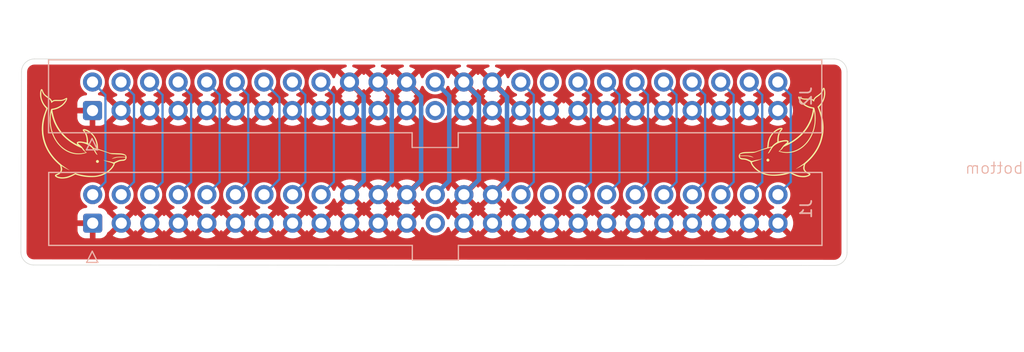
<source format=kicad_pcb>
(kicad_pcb (version 20241229) (generator "pcbnew") (generator_version "9.0")
  (layers (0 "F.Cu" signal) (2 "B.Cu" signal) (13 "F.Paste" user) (15 "B.Paste" user) (5 "F.SilkS" user "F.Silkscreen") (7 "B.SilkS" user "B.Silkscreen") (1 "F.Mask" user) (3 "B.Mask" user) (25 "Edge.Cuts" user))
  (net 0 "")
  (net 1 "SCSI_TERMPWR")
  (net 2 "GND")
  (net 4 "SCDAT0")
  (net 5 "SCDAT2")
  (net 6 "SCDAT1")
  (net 7 "SCDAT3")
  (net 8 "SCDAT5")
  (net 9 "SCDAT6")
  (net 10 "SCDAT7")
  (net 11 "SCDAT4")
  (net 12 "SCTRL_BSY")
  (net 13 "SCDATP")
  (net 14 "SCTRL_ACK")
  (net 15 "SCTRL_ATN")
  (net 16 "SCTRL_CD")
  (net 17 "SCTRL_RST")
  (net 18 "SCTRL_SEL")
  (net 19 "SCTRL_MSG")
  (net 20 "SCTRL_REQ")
  (net 21 "SCTRL_IO")
  (footprint "Connector_IDC_local:IDC-Header_2x25_P2.54mm_Vertical_Plug" (layer "B.Cu") (at 153.34 39.04 90)
    (property "Reference" "J2")
    (property "Value" "Conn_02x25_Odd_Even")
  )
  (footprint "Connector_IDC_local:IDC-Header_2x25_P2.54mm_Vertical_Plug" (layer "B.Cu") (at 153.356151 49.071066 90)
    (property "Reference" "J1")
    (property "Value" "Conn_02x25_Odd_Even")
  )
  (gr_poly (pts (xy 152.466771 43.585918) (xy 152.47386 43.585525) (xy 152.480637 43.584858) (xy 152.487125 43.583904) (xy 152.493352 43.582653) (xy 152.499342 43.581094) (xy 152.505122 43.579215) (xy 152.510717 43.577006) (xy 152.516152 43.574456) (xy 152.521454 43.571552) (xy 152.526648 43.568285) (xy 152.53176 43.564643) (xy 152.536815 43.560616) (xy 152.541839 43.556191) (xy 152.546858 43.551358) (xy 152.551897 43.546107) (xy 152.556531 43.540986) (xy 152.560775 43.536046) (xy 152.564645 43.531249) (xy 152.56816 43.526557) (xy 152.571336 43.521932) (xy 152.57419 43.517336) (xy 152.576741 43.512731) (xy 152.579004 43.50808) (xy 152.580997 43.503344) (xy 152.582738 43.498484) (xy 152.584243 43.493465) (xy 152.58553 43.488246) (xy 152.586616 43.482791) (xy 152.587518 43.477062) (xy 152.588254 43.47102) (xy 152.58884 43.464627) (xy 152.589246 43.454982) (xy 152.58895 43.445543) (xy 152.587981 43.436326) (xy 152.586366 43.427349) (xy 152.584133 43.418629) (xy 152.581309 43.410183) (xy 152.577922 43.402028) (xy 152.573999 43.394182) (xy 152.569569 43.38666) (xy 152.564659 43.379481) (xy 152.559297 43.37266) (xy 152.55351 43.366217) (xy 152.547326 43.360167) (xy 152.540772 43.354527) (xy 152.533877 43.349315) (xy 152.526668 43.344547) (xy 152.519173 43.340241) (xy 152.511418 43.336415) (xy 152.503433 43.333084) (xy 152.495245 43.330265) (xy 152.486881 43.327977) (xy 152.478369 43.326236) (xy 152.469736 43.32506) (xy 152.461011 43.324464) (xy 152.452221 43.324467) (xy 152.443393 43.325085) (xy 152.434556 43.326335) (xy 152.425737 43.328235) (xy 152.416963 43.330802) (xy 152.408263 43.334052) (xy 152.399663 43.338003) (xy 152.391193 43.342672) (xy 152.383595 43.347506) (xy 152.379992 43.350017) (xy 152.376518 43.352592) (xy 152.373173 43.355232) (xy 152.369957 43.357938) (xy 152.366868 43.360713) (xy 152.363906 43.363556) (xy 152.361071 43.366469) (xy 152.358361 43.369453) (xy 152.355776 43.37251) (xy 152.353315 43.37564) (xy 152.350978 43.378845) (xy 152.348765 43.382126) (xy 152.346673 43.385484) (xy 152.344703 43.388921) (xy 152.342855 43.392436) (xy 152.341127 43.396033) (xy 152.339519 43.399711) (xy 152.338029 43.403473) (xy 152.336659 43.407318) (xy 152.335406 43.41125) (xy 152.33427 43.415267) (xy 152.333251 43.419373) (xy 152.332348 43.423567) (xy 152.33156 43.427852) (xy 152.330887 43.432227) (xy 152.330328 43.436696) (xy 152.329548 43.445915) (xy 152.329217 43.455518) (xy 152.329187 43.461925) (xy 152.329257 43.467823) (xy 152.329443 43.473268) (xy 152.32976 43.478317) (xy 152.330223 43.483026) (xy 152.330848 43.48745) (xy 152.33165 43.491645) (xy 152.332646 43.495667) (xy 152.33385 43.499573) (xy 152.335278 43.503418) (xy 152.336946 43.507258) (xy 152.338868 43.511149) (xy 152.341062 43.515148) (xy 152.343541 43.519309) (xy 152.346322 43.523689) (xy 152.34942 43.528343) (xy 152.354424 43.535312) (xy 152.35968 43.541835) (xy 152.365189 43.547912) (xy 152.37095 43.553541) (xy 152.376961 43.558723) (xy 152.38006 43.561146) (xy 152.383221 43.563457) (xy 152.386444 43.565656) (xy 152.38973 43.567742) (xy 152.393077 43.569717) (xy 152.396487 43.571579) (xy 152.399957 43.573328) (xy 152.40349 43.574965) (xy 152.407084 43.57649) (xy 152.410739 43.577902) (xy 152.414455 43.579202) (xy 152.418233 43.580389) (xy 152.425971 43.582424) (xy 152.433952 43.584008) (xy 152.442174 43.58514) (xy 152.450638 43.58582) (xy 152.459343 43.586046)) (fill yes) (layer "F.SilkS"))
  (gr_poly (pts (xy 92.810462 43.703627) (xy 92.803373 43.703234) (xy 92.796596 43.702567) (xy 92.790108 43.701613) (xy 92.783881 43.700362) (xy 92.777891 43.698803) (xy 92.772111 43.696924) (xy 92.766516 43.694715) (xy 92.761081 43.692165) (xy 92.755779 43.689261) (xy 92.750585 43.685994) (xy 92.745473 43.682352) (xy 92.740418 43.678325) (xy 92.735394 43.6739) (xy 92.730375 43.669067) (xy 92.725336 43.663816) (xy 92.720702 43.658695) (xy 92.716458 43.653755) (xy 92.712588 43.648958) (xy 92.709073 43.644266) (xy 92.705897 43.639641) (xy 92.703043 43.635045) (xy 92.700492 43.63044) (xy 92.698229 43.625789) (xy 92.696236 43.621053) (xy 92.694495 43.616193) (xy 92.69299 43.611174) (xy 92.691703 43.605955) (xy 92.690617 43.6005) (xy 92.689715 43.594771) (xy 92.688979 43.588729) (xy 92.688393 43.582336) (xy 92.687987 43.572691) (xy 92.688283 43.563252) (xy 92.689252 43.554035) (xy 92.690867 43.545058) (xy 92.6931 43.536338) (xy 92.695924 43.527892) (xy 92.699311 43.519737) (xy 92.703234 43.511891) (xy 92.707664 43.504369) (xy 92.712574 43.49719) (xy 92.717936 43.490369) (xy 92.723723 43.483926) (xy 92.729907 43.477876) (xy 92.736461 43.472236) (xy 92.743356 43.467024) (xy 92.750565 43.462256) (xy 92.75806 43.45795) (xy 92.765815 43.454124) (xy 92.7738 43.450793) (xy 92.781988 43.447974) (xy 92.790352 43.445686) (xy 92.798864 43.443945) (xy 92.807497 43.442769) (xy 92.816222 43.442173) (xy 92.825012 43.442176) (xy 92.83384 43.442794) (xy 92.842677 43.444044) (xy 92.851496 43.445944) (xy 92.86027 43.448511) (xy 92.86897 43.451761) (xy 92.87757 43.455712) (xy 92.88604 43.460381) (xy 92.893638 43.465215) (xy 92.897241 43.467726) (xy 92.900715 43.470301) (xy 92.90406 43.472941) (xy 92.907276 43.475647) (xy 92.910365 43.478422) (xy 92.913327 43.481265) (xy 92.916162 43.484178) (xy 92.918872 43.487162) (xy 92.921457 43.490219) (xy 92.923918 43.493349) (xy 92.926255 43.496554) (xy 92.928468 43.499835) (xy 92.93056 43.503193) (xy 92.93253 43.50663) (xy 92.934378 43.510145) (xy 92.936106 43.513742) (xy 92.937714 43.51742) (xy 92.939204 43.521182) (xy 92.940574 43.525027) (xy 92.941827 43.528959) (xy 92.942963 43.532976) (xy 92.943982 43.537082) (xy 92.944885 43.541276) (xy 92.945673 43.545561) (xy 92.946346 43.549936) (xy 92.946905 43.554405) (xy 92.947685 43.563624) (xy 92.948016 43.573227) (xy 92.948046 43.579634) (xy 92.947976 43.585532) (xy 92.94779 43.590977) (xy 92.947473 43.596026) (xy 92.94701 43.600735) (xy 92.946385 43.605159) (xy 92.945583 43.609354) (xy 92.944587 43.613376) (xy 92.943383 43.617282) (xy 92.941955 43.621127) (xy 92.940287 43.624967) (xy 92.938365 43.628858) (xy 92.936171 43.632857) (xy 92.933692 43.637018) (xy 92.930911 43.641398) (xy 92.927813 43.646052) (xy 92.922809 43.653021) (xy 92.917553 43.659544) (xy 92.912044 43.665621) (xy 92.906283 43.67125) (xy 92.900272 43.676432) (xy 92.897173 43.678855) (xy 92.894012 43.681166) (xy 92.890789 43.683365) (xy 92.887503 43.685451) (xy 92.884156 43.687426) (xy 92.880746 43.689288) (xy 92.877276 43.691037) (xy 92.873743 43.692674) (xy 92.870149 43.694199) (xy 92.866494 43.695611) (xy 92.862778 43.696911) (xy 92.859 43.698098) (xy 92.851262 43.700133) (xy 92.843281 43.701717) (xy 92.835059 43.702849) (xy 92.826595 43.703529) (xy 92.81789 43.703755)) (fill yes) (layer "F.SilkS"))
  (gr_poly (pts (xy 155.6427 44.981049) (xy 155.669428 44.979916) (xy 155.698733 44.977869) (xy 155.727903 44.97514) (xy 155.756887 44.971743) (xy 155.785631 44.96769) (xy 155.814084 44.962995) (xy 155.842194 44.957672) (xy 155.869907 44.951732) (xy 155.897172 44.945191) (xy 155.923937 44.938061) (xy 155.950149 44.930354) (xy 155.975756 44.922085) (xy 156.000705 44.913267) (xy 156.024945 44.903912) (xy 156.048423 44.894035) (xy 156.071087 44.883647) (xy 156.092884 44.872764) (xy 156.114194 44.861252) (xy 156.133774 44.849827) (xy 156.15164 44.838468) (xy 156.167807 44.827154) (xy 156.182292 44.815867) (xy 156.19511 44.804584) (xy 156.206277 44.793285) (xy 156.215808 44.78195) (xy 156.219965 44.776262) (xy 156.223719 44.770558) (xy 156.227072 44.764834) (xy 156.230026 44.759089) (xy 156.232583 44.753319) (xy 156.234745 44.747522) (xy 156.236514 44.741695) (xy 156.237891 44.735837) (xy 156.23888 44.729943) (xy 156.239481 44.724013) (xy 156.239696 44.718042) (xy 156.239529 44.712029) (xy 156.23898 44.705972) (xy 156.238052 44.699866) (xy 156.236746 44.693711) (xy 156.235065 44.687503) (xy 156.233715 44.683359) (xy 156.232164 44.679284) (xy 156.230403 44.675273) (xy 156.22842 44.671318) (xy 156.226208 44.667412) (xy 156.223755 44.663549) (xy 156.221052 44.659723) (xy 156.218089 44.655926) (xy 156.214857 44.652151) (xy 156.211345 44.648392) (xy 156.207543 44.644643) (xy 156.203443 44.640896) (xy 156.199033 44.637144) (xy 156.194305 44.633382) (xy 156.189249 44.629602) (xy 156.183853 44.625797) (xy 156.17811 44.621961) (xy 156.172009 44.618087) (xy 156.158692 44.610198) (xy 156.143826 44.602077) (xy 156.127331 44.593669) (xy 156.109129 44.58492) (xy 156.089141 44.575777) (xy 156.067289 44.566186) (xy 156.043495 44.556093) (xy 156.008858 44.54096) (xy 155.976358 44.525399) (xy 155.945962 44.509374) (xy 155.917636 44.492852) (xy 155.891345 44.475801) (xy 155.867055 44.458185) (xy 155.844732 44.439972) (xy 155.824343 44.421129) (xy 155.805853 44.40162) (xy 155.789228 44.381413) (xy 155.774434 44.360475) (xy 155.761437 44.338771) (xy 155.750203 44.316268) (xy 155.740697 44.292933) (xy 155.732887 44.268731) (xy 155.726737 44.243629) (xy 155.724037 44.228611) (xy 155.721958 44.212488) (xy 155.720493 44.195327) (xy 155.719637 44.177195) (xy 155.719385 44.158158) (xy 155.719731 44.138283) (xy 155.720669 44.117638) (xy 155.722193 44.096289) (xy 155.724299 44.074304) (xy 155.72698 44.051748) (xy 155.730232 44.02869) (xy 155.734047 44.005195) (xy 155.738421 43.981332) (xy 155.743348 43.957166) (xy 155.748823 43.932765) (xy 155.754839 43.908195) (xy 155.763326 43.875978) (xy 155.76723 43.862385) (xy 155.771069 43.850207) (xy 155.774962 43.839248) (xy 155.779028 43.829309) (xy 155.783389 43.820196) (xy 155.788163 43.81171) (xy 155.79347 43.803656) (xy 155.799431 43.795837) (xy 155.806165 43.788056) (xy 155.813792 43.780116) (xy 155.822432 43.771821) (xy 155.832205 43.762975) (xy 155.855629 43.742839) (xy 155.923752 43.683673) (xy 155.996394 43.617586) (xy 156.071355 43.546762) (xy 156.146439 43.473384) (xy 156.219448 43.399635) (xy 156.288185 43.327698) (xy 156.350453 43.259755) (xy 156.404055 43.197991) (xy 156.498036 43.083363) (xy 156.584193 42.973042) (xy 156.663464 42.865627) (xy 156.736787 42.759717) (xy 156.805098 42.65391) (xy 156.869335 42.546806) (xy 156.930435 42.437004) (xy 156.989336 42.323102) (xy 157.024254 42.252547) (xy 157.054171 42.190582) (xy 157.080101 42.134851) (xy 157.103058 42.082996) (xy 157.124056 42.032662) (xy 157.144108 41.981492) (xy 157.164227 41.92713) (xy 157.185427 41.867219) (xy 157.216292 41.775421) (xy 157.24474 41.684418) (xy 157.270786 41.594154) (xy 157.294444 41.50457) (xy 157.315728 41.415609) (xy 157.334654 41.327212) (xy 157.351237 41.239322) (xy 157.365489 41.15188) (xy 157.378027 41.065211) (xy 157.382423 41.030825) (xy 157.385878 40.999312) (xy 157.388621 40.968348) (xy 157.390884 40.935613) (xy 157.394888 40.855546) (xy 157.397034 40.81333) (xy 157.399807 40.768796) (xy 157.40285 40.727245) (xy 157.405804 40.69398) (xy 157.4084 40.652192) (xy 157.409266 40.597034) (xy 157.408503 40.53107) (xy 157.40621 40.456862) (xy 157.402487 40.376971) (xy 157.397435 40.293959) (xy 157.391154 40.21039) (xy 157.383743 40.128824) (xy 157.366613 39.982998) (xy 157.34433 39.840058) (xy 157.316313 39.697755) (xy 157.281978 39.55384) (xy 157.240742 39.406064) (xy 157.192024 39.252176) (xy 157.135239 39.089928) (xy 157.069806 38.917071) (xy 157.046643 38.857196) (xy 157.027708 38.807042) (xy 157.014952 38.771866) (xy 157.011501 38.761537) (xy 157.010326 38.756922) (xy 157.010426 38.756438) (xy 157.010698 38.75576) (xy 157.011742 38.75384) (xy 157.013426 38.751206) (xy 157.015715 38.747902) (xy 157.021968 38.739458) (xy 157.030224 38.728856) (xy 157.040207 38.716446) (xy 157.05164 38.702576) (xy 157.064247 38.687595) (xy 157.077751 38.671853) (xy 157.127737 38.612584) (xy 157.174149 38.554292) (xy 157.217254 38.496585) (xy 157.257315 38.439068) (xy 157.276287 38.410258) (xy 157.294597 38.381347) (xy 157.312278 38.352287) (xy 157.329364 38.323027) (xy 157.361882 38.263715) (xy 157.392414 38.203016) (xy 157.422627 38.136545) (xy 157.450007 38.068629) (xy 157.474523 37.999554) (xy 157.49614 37.929604) (xy 157.514826 37.859066) (xy 157.530549 37.788223) (xy 157.543273 37.717361) (xy 157.552968 37.646766) (xy 157.559598 37.576722) (xy 157.563132 37.507515) (xy 157.563537 37.43943) (xy 157.560778 37.372752) (xy 157.554824 37.307766) (xy 157.54564 37.244757) (xy 157.533194 37.18401) (xy 157.517454 37.125812) (xy 157.512446 37.110045) (xy 157.507477 37.09563) (xy 157.502509 37.082522) (xy 157.497503 37.070676) (xy 157.492422 37.060046) (xy 157.487228 37.050589) (xy 157.481883 37.042258) (xy 157.47635 37.035009) (xy 157.47059 37.028797) (xy 157.464566 37.023576) (xy 157.461444 37.021324) (xy 157.458241 37.019302) (xy 157.454953 37.017506) (xy 157.451575 37.01593) (xy 157.444532 37.013413) (xy 157.437074 37.011709) (xy 157.429162 37.01077) (xy 157.42076 37.010553) (xy 157.418725 37.010631) (xy 157.416567 37.010806) (xy 157.414304 37.011072) (xy 157.411955 37.011424) (xy 157.40954 37.011856) (xy 157.407076 37.012365) (xy 157.404583 37.012943) (xy 157.40208 37.013588) (xy 157.399585 37.014293) (xy 157.397118 37.015053) (xy 157.394697 37.015863) (xy 157.392342 37.016719) (xy 157.39007 37.017615) (xy 157.387901 37.018545) (xy 157.385855 37.019505) (xy 157.383948 37.020491) (xy 157.383948 37.020489) (xy 157.381744 37.021764) (xy 157.379563 37.023177) (xy 157.377402 37.024736) (xy 157.375257 37.026448) (xy 157.373125 37.028318) (xy 157.371003 37.030353) (xy 157.368886 37.03256) (xy 157.366773 37.034944) (xy 157.364658 37.037512) (xy 157.362539 37.040271) (xy 157.360413 37.043227) (xy 157.358275 37.046386) (xy 157.356124 37.049754) (xy 157.353954 37.053339) (xy 157.349546 37.061182) (xy 157.345026 37.069966) (xy 157.340366 37.079742) (xy 157.335538 37.09056) (xy 157.330515 37.102473) (xy 157.325269 37.11553) (xy 157.319773 37.129784) (xy 157.314 37.145285) (xy 157.307922 37.162084) (xy 157.296044 37.193874) (xy 157.283033 37.226058) (xy 157.269198 37.257989) (xy 157.254848 37.289023) (xy 157.240291 37.318513) (xy 157.225835 37.345814) (xy 157.211788 37.370281) (xy 157.198459 37.391269) (xy 157.186631 37.40823) (xy 157.174341 37.424745) (xy 157.161431 37.440953) (xy 157.147743 37.456995) (xy 157.133121 37.473011) (xy 157.117406 37.489141) (xy 157.10044 37.505526) (xy 157.082067 37.522306) (xy 157.062127 37.539622) (xy 157.040464 37.557613) (xy 157.01692 37.57642) (xy 156.991338 37.596183) (xy 156.963559 37.617043) (xy 156.933426 37.63914) (xy 156.865467 37.687605) (xy 156.792943 37.739412) (xy 156.761486 37.762657) (xy 156.732919 37.784437) (xy 156.707006 37.804981) (xy 156.683511 37.824519) (xy 156.662198 37.843281) (xy 156.642832 37.861497) (xy 156.625177 37.879398) (xy 156.608997 37.897212) (xy 156.594057 37.91517) (xy 156.580122 37.933502) (xy 156.566954 37.952437) (xy 156.554319 37.972206) (xy 156.541981 37.993038) (xy 156.529705 38.015164) (xy 156.518336 38.035913) (xy 156.50869 38.052905) (xy 156.504832 38.059444) (xy 156.501786 38.064386) (xy 156.499681 38.067512) (xy 156.49902 38.068326) (xy 156.498643 38.068603) (xy 156.498195 38.068478) (xy 156.497328 38.068114) (xy 156.494429 38.066712) (xy 156.490128 38.064496) (xy 156.484608 38.061563) (xy 156.478053 38.058013) (xy 156.470646 38.053943) (xy 156.46257 38.049452) (xy 156.454007 38.044637) (xy 156.433015 38.033042) (xy 156.41302 38.022607) (xy 156.393789 38.01328) (xy 156.375087 38.005013) (xy 156.356683 37.997754) (xy 156.338341 37.991454) (xy 156.319829 37.986063) (xy 156.300912 37.98153) (xy 156.281357 37.977806) (xy 156.260931 37.97484) (xy 156.2394 37.972582) (xy 156.216531 37.970982) (xy 156.192089 37.969989) (xy 156.165841 37.969555) (xy 156.137555 37.969628) (xy 156.106995 37.970158) (xy 155.945122 37.973234) (xy 155.815881 37.973275) (xy 155.76127 37.971804) (xy 155.712146 37.969151) (xy 155.667618 37.965174) (xy 155.626796 37.959734) (xy 155.588788 37.952688) (xy 155.552705 37.943895) (xy 155.517657 37.933216) (xy 155.482752 37.920507) (xy 155.4471 37.90563) (xy 155.409812 37.888442) (xy 155.326762 37.84657) (xy 155.303276 37.834479) (xy 155.280812 37.823199) (xy 155.259904 37.812978) (xy 155.24108 37.804061) (xy 155.224874 37.796696) (xy 155.211816 37.79113) (xy 155.202436 37.787609) (xy 155.199292 37.786693) (xy 155.197267 37.78638) (xy 155.195422 37.786456) (xy 155.193567 37.786681) (xy 155.191703 37.78705) (xy 155.189836 37.787559) (xy 155.187967 37.788205) (xy 155.186101 37.788983) (xy 155.184241 37.789889) (xy 155.182391 37.79092) (xy 155.180554 37.79207) (xy 155.178733 37.793335) (xy 155.176933 37.794713) (xy 155.175156 37.796198) (xy 155.173407 37.797786) (xy 155.171688 37.799474) (xy 155.170003 37.801256) (xy 155.168356 37.80313) (xy 155.16675 37.805091) (xy 155.165189 37.807134) (xy 155.163675 37.809256) (xy 155.162214 37.811453) (xy 155.160807 37.813719) (xy 155.159459 37.816053) (xy 155.158173 37.818448) (xy 155.156953 37.820901) (xy 155.155802 37.823409) (xy 155.154723 37.825966) (xy 155.153721 37.828569) (xy 155.152798 37.831213) (xy 155.151958 37.833895) (xy 155.151205 37.83661) (xy 155.150541 37.839354) (xy 155.149972 37.842123) (xy 155.149538 37.844895) (xy 155.149203 37.848022) (xy 155.148966 37.85147) (xy 155.148825 37.855203) (xy 155.148777 37.859187) (xy 155.148821 37.863388) (xy 155.149175 37.8723) (xy 155.149873 37.881662) (xy 155.150896 37.891197) (xy 155.152231 37.900628) (xy 155.153009 37.905219) (xy 155.15386 37.909679) (xy 155.156305 37.919895) (xy 155.1598 37.9317) (xy 155.16426 37.944908) (xy 155.169598 37.959336) (xy 155.182563 37.99111) (xy 155.198007 38.025544) (xy 155.21524 38.06116) (xy 155.233573 38.09648) (xy 155.252317 38.130028) (xy 155.261628 38.145675) (xy 155.270782 38.160325) (xy 155.307915 38.214799) (xy 155.348507 38.268071) (xy 155.392363 38.320001) (xy 155.439287 38.370449) (xy 155.489084 38.419272) (xy 155.541558 38.46633) (xy 155.596513 38.511482) (xy 155.653754 38.554587) (xy 155.713086 38.595504) (xy 155.774311 38.634092) (xy 155.837236 38.67021) (xy 155.901664 38.703717) (xy 155.967399 38.734471) (xy 156.034247 38.762332) (xy 156.102011 38.787159) (xy 156.170495 38.808812) (xy 156.201114 38.817006) (xy 156.23934 38.826166) (xy 156.282037 38.835657) (xy 156.326066 38.844846) (xy 156.368288 38.853097) (xy 156.405568 38.859776) (xy 156.434765 38.864249) (xy 156.452743 38.865881) (xy 156.453765 38.865893) (xy 156.454731 38.865931) (xy 156.455641 38.865998) (xy 156.456497 38.866096) (xy 156.457299 38.866229) (xy 156.458049 38.866398) (xy 156.458747 38.866606) (xy 156.459395 38.866857) (xy 156.459994 38.867152) (xy 156.460543 38.867494) (xy 156.461045 38.867886) (xy 156.461501 38.868331) (xy 156.46191 38.868831) (xy 156.462275 38.869388) (xy 156.462595 38.870007) (xy 156.462873 38.870688) (xy 156.463109 38.871435) (xy 156.463304 38.872251) (xy 156.463459 38.873138) (xy 156.463574 38.874098) (xy 156.463652 38.875135) (xy 156.463692 38.876251) (xy 156.463696 38.877448) (xy 156.463664 38.87873) (xy 156.463598 38.880099) (xy 156.463499 38.881558) (xy 156.463204 38.884754) (xy 156.462787 38.888341) (xy 156.462255 38.892339) (xy 156.444478 39.009777) (xy 156.424172 39.124914) (xy 156.401304 39.237843) (xy 156.375841 39.348654) (xy 156.347747 39.457441) (xy 156.31699 39.564295) (xy 156.283536 39.669309) (xy 156.247351 39.772574) (xy 156.208401 39.874183) (xy 156.166652 39.974228) (xy 156.122071 40.0728) (xy 156.074624 40.169993) (xy 156.024277 40.265897) (xy 155.970996 40.360605) (xy 155.914748 40.454209) (xy 155.855499 40.546802) (xy 155.79995 40.62866) (xy 155.742241 40.709078) (xy 155.682377 40.788051) (xy 155.620362 40.865576) (xy 155.5562 40.941647) (xy 155.489896 41.01626) (xy 155.421454 41.089412) (xy 155.350879 41.161098) (xy 155.278174 41.231313) (xy 155.203345 41.300053) (xy 155.126396 41.367314) (xy 155.04733 41.433091) (xy 154.966153 41.497381) (xy 154.882869 41.560178) (xy 154.797481 41.621479) (xy 154.709995 41.681279) (xy 154.636199 41.729541) (xy 154.56277 41.775802) (xy 154.492106 41.818698) (xy 154.426601 41.856864) (xy 154.368653 41.888939) (xy 154.320658 41.913558) (xy 154.285011 41.929359) (xy 154.272567 41.933526) (xy 154.264109 41.934978) (xy 154.263186 41.934965) (xy 154.262332 41.934914) (xy 154.261548 41.934821) (xy 154.260833 41.934681) (xy 154.26019 41.93449) (xy 154.259618 41.934244) (xy 154.259359 41.9341) (xy 154.259119 41.93394) (xy 154.258897 41.933765) (xy 154.258694 41.933573) (xy 154.258509 41.933365) (xy 154.258343 41.933139) (xy 154.258196 41.932896) (xy 154.258068 41.932635) (xy 154.257959 41.932355) (xy 154.257869 41.932056) (xy 154.257799 41.931737) (xy 154.257748 41.931398) (xy 154.257716 41.931039) (xy 154.257704 41.930658) (xy 154.25774 41.929831) (xy 154.257856 41.928913) (xy 154.258052 41.9279) (xy 154.258331 41.926788) (xy 154.258692 41.925573) (xy 154.259136 41.924252) (xy 154.259665 41.92282) (xy 154.26028 41.921273) (xy 154.26098 41.919607) (xy 154.261768 41.917818) (xy 154.262644 41.915902) (xy 154.263609 41.913855) (xy 154.264663 41.911674) (xy 154.267046 41.906889) (xy 154.269798 41.901517) (xy 154.272928 41.895525) (xy 154.27908 41.882907) (xy 154.284188 41.870446) (xy 154.288257 41.858167) (xy 154.291291 41.846096) (xy 154.293293 41.834259) (xy 154.294267 41.82268) (xy 154.294216 41.811386) (xy 154.293808 41.805854) (xy 154.293145 41.800402) (xy 154.292228 41.795034) (xy 154.291057 41.789753) (xy 154.289633 41.784563) (xy 154.287956 41.779466) (xy 154.286026 41.774465) (xy 154.283845 41.769565) (xy 154.281412 41.764767) (xy 154.278729 41.760076) (xy 154.275794 41.755494) (xy 154.27261 41.751025) (xy 154.269177 41.746672) (xy 154.265494 41.742437) (xy 154.261562 41.738325) (xy 154.257383 41.734338) (xy 154.252955 41.73048) (xy 154.248281 41.726753) (xy 154.239841 41.720588) (xy 154.231287 41.714901) (xy 154.222555 41.709675) (xy 154.213584 41.704892) (xy 154.204309 41.700535) (xy 154.194668 41.696586) (xy 154.184599 41.693028) (xy 154.174038 41.689844) (xy 154.162923 41.687015) (xy 154.15119 41.684525) (xy 154.138776 41.682356) (xy 154.12562 41.680491) (xy 154.111657 41.678912) (xy 154.096825 41.677601) (xy 154.081062 41.676542) (xy 154.064304 41.675717) (xy 154.040285 41.675034) (xy 154.015732 41.674965) (xy 153.990511 41.675528) (xy 153.964487 41.676743) (xy 153.937525 41.678628) (xy 153.909491 41.681201) (xy 153.88025 41.684483) (xy 153.849667 41.688491) (xy 153.783938 41.698763) (xy 153.711227 41.712167) (xy 153.630456 41.728855) (xy 153.540548 41.748976) (xy 153.497803 41.758431) (xy 153.460948 41.765817) (xy 153.445959 41.768504) (xy 153.433918 41.770398) (xy 153.425317 41.771406) (xy 153.422461 41.771549) (xy 153.420648 41.771437) (xy 153.419633 41.77121) (xy 153.418676 41.770925) (xy 153.417776 41.770566) (xy 153.417346 41.770355) (xy 153.416931 41.77012) (xy 153.416529 41.769861) (xy 153.41614 41.769575) (xy 153.415764 41.76926) (xy 153.415401 41.768914) (xy 153.415052 41.768537) (xy 153.414714 41.768127) (xy 153.41439 41.76768) (xy 153.414077 41.767197) (xy 153.413777 41.766675) (xy 153.413489 41.766113) (xy 153.413212 41.765508) (xy 153.412947 41.764859) (xy 153.412694 41.764165) (xy 153.412452 41.763423) (xy 153.412 41.761791) (xy 153.411592 41.759949) (xy 153.411226 41.757883) (xy 153.4109 41.75558) (xy 153.410612 41.753025) (xy 153.410363 41.750206) (xy 153.410149 41.747109) (xy 153.409971 41.74372) (xy 153.409826 41.740024) (xy 153.409713 41.73601) (xy 153.409631 41.731662) (xy 153.409578 41.726967) (xy 153.409554 41.721912) (xy 153.409555 41.716482) (xy 153.409583 41.710665) (xy 153.409708 41.697812) (xy 153.409917 41.683242) (xy 153.4102 41.666848) (xy 153.413721 41.566923) (xy 153.416746 41.519857) (xy 153.42066 41.474509) (xy 153.425497 41.430718) (xy 153.43129 41.388323) (xy 153.438073 41.347164) (xy 153.445879 41.30708) (xy 153.454744 41.267911) (xy 153.464699 41.229496) (xy 153.475779 41.191674) (xy 153.488018 41.154286) (xy 153.50145 41.117171) (xy 153.516108 41.080167) (xy 153.532026 41.043116) (xy 153.549238 41.005855) (xy 153.564674 40.97412) (xy 153.578661 40.946939) (xy 153.585398 40.934619) (xy 153.592117 40.922913) (xy 153.598933 40.911647) (xy 153.60596 40.900645) (xy 153.613314 40.889733) (xy 153.621108 40.878735) (xy 153.629458 40.867478) (xy 153.638478 40.855785) (xy 153.658988 40.830397) (xy 153.683556 40.801172) (xy 153.69832 40.783502) (xy 153.711526 40.766986) (xy 153.7232 40.751552) (xy 153.733367 40.737129) (xy 153.74205 40.723644) (xy 153.749275 40.711025) (xy 153.755066 40.699202) (xy 153.759447 40.688101) (xy 153.761117 40.682799) (xy 153.762444 40.677651) (xy 153.763431 40.672648) (xy 153.76408 40.667781) (xy 153.764396 40.663041) (xy 153.764381 40.658419) (xy 153.764038 40.653905) (xy 153.763371 40.649492) (xy 153.762382 40.64517) (xy 153.761074 40.640929) (xy 153.759451 40.636762) (xy 153.757516 40.632658) (xy 153.755271 40.62861) (xy 153.75272 40.624608) (xy 153.746712 40.616706) (xy 153.742427 40.61194) (xy 153.737832 40.607454) (xy 153.732931 40.60325) (xy 153.727727 40.599326) (xy 153.722223 40.595684) (xy 153.716423 40.592324) (xy 153.710331 40.589245) (xy 153.703948 40.586448) (xy 153.69728 40.583932) (xy 153.690329 40.581699) (xy 153.683099 40.579749) (xy 153.675592 40.57808) (xy 153.667813 40.576695) (xy 153.659765 40.575592) (xy 153.651451 40.574771) (xy 153.642875 40.574234) (xy 153.63404 40.57398) (xy 153.624949 40.57401) (xy 153.606014 40.574919) (xy 153.586097 40.576964) (xy 153.565225 40.580145) (xy 153.543425 40.584464) (xy 153.520725 40.589922) (xy 153.497151 40.596519) (xy 153.47273 40.604259) (xy 153.43651 40.617157) (xy 153.40023 40.631623) (xy 153.363922 40.647638) (xy 153.327617 40.66518) (xy 153.291345 40.684229) (xy 153.255137 40.704763) (xy 153.219025 40.726761) (xy 153.18304 40.750204) (xy 153.147212 40.77507) (xy 153.111571 40.801337) (xy 153.076151 40.828987) (xy 153.04098 40.857997) (xy 153.00609 40.888347) (xy 152.971513 40.920016) (xy 152.937278 40.952983) (xy 152.903418 40.987227) (xy 152.868215 41.02479) (xy 152.834223 41.063274) (xy 152.801458 41.102652) (xy 152.769937 41.142898) (xy 152.739673 41.183985) (xy 152.710685 41.225885) (xy 152.682986 41.268573) (xy 152.656593 41.31202) (xy 152.631522 41.356201) (xy 152.607789 41.401088) (xy 152.585408 41.446655) (xy 152.564397 41.492875) (xy 152.54477 41.53972) (xy 152.526544 41.587165) (xy 152.509734 41.635182) (xy 152.494356 41.683744) (xy 152.482404 41.724964) (xy 152.470797 41.767565) (xy 152.459955 41.80976) (xy 152.450292 41.849761) (xy 152.442227 41.88578) (xy 152.436177 41.91603) (xy 152.432557 41.938723) (xy 152.431789 41.946677) (xy 152.431785 41.952071) (xy 152.43191 41.953663) (xy 152.431991 41.955389) (xy 152.432023 41.959181) (xy 152.431891 41.963313) (xy 152.431606 41.967653) (xy 152.431179 41.972068) (xy 152.43062 41.976425) (xy 152.429941 41.980592) (xy 152.429152 41.984436) (xy 152.426585 42.00178) (xy 152.422919 42.034493) (xy 152.413932 42.12778) (xy 152.405484 42.227808) (xy 152.40249 42.268947) (xy 152.400864 42.298088) (xy 152.400562 42.306216) (xy 152.510237 42.306216) (xy 152.510251 42.305988) (xy 152.510281 42.305754) (xy 152.510326 42.305514) (xy 152.510388 42.305268) (xy 152.510465 42.305018) (xy 152.510559 42.304762) (xy 152.510669 42.304503) (xy 152.510796 42.304239) (xy 152.510939 42.303971) (xy 152.511099 42.3037) (xy 152.511474 42.302593) (xy 152.511921 42.300404) (xy 152.513008 42.293016) (xy 152.514313 42.282003) (xy 152.51579 42.267837) (xy 152.517391 42.250989) (xy 152.519071 42.231927) (xy 152.520782 42.211123) (xy 152.522477 42.189046) (xy 152.526321 42.145111) (xy 152.531862 42.091891) (xy 152.545735 41.975581) (xy 152.559491 41.876091) (xy 152.564886 41.843894) (xy 152.56696 41.83415) (xy 152.568524 41.829392) (xy 152.568934 41.828488) (xy 152.569548 41.826788) (xy 152.571335 41.821178) (xy 152.573788 41.812913) (xy 152.576807 41.802342) (xy 152.584151 41.775687) (xy 152.592577 41.744013) (xy 152.609013 41.684835) (xy 152.626719 41.628223) (xy 152.645926 41.573624) (xy 152.666864 41.520484) (xy 152.689763 41.468252) (xy 152.714852 41.416374) (xy 152.742362 41.364299) (xy 152.772522 41.311474) (xy 152.79663 41.272696) (xy 152.822893 41.234216) (xy 152.851203 41.19613) (xy 152.881456 41.158535) (xy 152.913546 41.121526) (xy 152.947366 41.0852) (xy 152.982811 41.049653) (xy 153.019775 41.01498) (xy 153.058152 40.981279) (xy 153.097835 40.948645) (xy 153.13872 40.917174) (xy 153.180699 40.886963) (xy 153.223668 40.858107) (xy 153.26752 40.830704) (xy 153.312149 40.804847) (xy 153.35745 40.780635) (xy 153.392303 40.76378) (xy 153.430299 40.747123) (xy 153.469659 40.731289) (xy 153.508604 40.716906) (xy 153.545358 40.704601) (xy 153.57814 40.695) (xy 153.592487 40.69141) (xy 153.605174 40.688732) (xy 153.615979 40.687042) (xy 153.62468 40.686421) (xy 153.650615 40.686213) (xy 153.609212 40.725704) (xy 153.594992 40.739993) (xy 153.580544 40.755916) (xy 153.565942 40.773352) (xy 153.551255 40.792183) (xy 153.536556 40.812289) (xy 153.521916 40.833552) (xy 153.507407 40.855852) (xy 153.4931 40.87907) (xy 153.479066 40.903087) (xy 153.465378 40.927785) (xy 153.452106 40.953043) (xy 153.439321 40.978742) (xy 153.427097 41.004764) (xy 153.415503 41.03099) (xy 153.404611 41.0573) (xy 153.394494 41.083575) (xy 153.382868 41.116616) (xy 153.371837 41.151284) (xy 153.361422 41.187441) (xy 153.351645 41.224954) (xy 153.342526 41.263686) (xy 153.334088 41.303504) (xy 153.326351 41.34427) (xy 153.319338 41.38585) (xy 153.307566 41.470912) (xy 153.298944 41.557607) (xy 153.295867 41.601229) (xy 153.293643 41.644853) (xy 153.292291 41.688345) (xy 153.291834 41.731568) (xy 153.291829 41.835007) (xy 153.226565 41.875929) (xy 153.194366 41.896414) (xy 153.164116 41.916286) (xy 153.135441 41.935819) (xy 153.107966 41.955282) (xy 153.081315 41.974949) (xy 153.055113 41.995089) (xy 153.028983 42.015976) (xy 153.002552 42.037879) (xy 152.977365 42.059869) (xy 152.949807 42.085234) (xy 152.92133 42.112507) (xy 152.893388 42.14022) (xy 152.867438 42.166905) (xy 152.844932 42.191094) (xy 152.827325 42.211319) (xy 152.820813 42.219486) (xy 152.816071 42.226112) (xy 152.815225 42.227357) (xy 152.814341 42.22857) (xy 152.813416 42.229749) (xy 152.812449 42.230897) (xy 152.811435 42.232016) (xy 152.810372 42.233106) (xy 152.809258 42.234169) (xy 152.808091 42.235206) (xy 152.806866 42.236218) (xy 152.805583 42.237207) (xy 152.804237 42.238174) (xy 152.802827 42.239121) (xy 152.80135 42.240049) (xy 152.799804 42.240958) (xy 152.798184 42.241852) (xy 152.79649 42.242729) (xy 152.792865 42.244445) (xy 152.788909 42.246116) (xy 152.784599 42.247752) (xy 152.779914 42.249364) (xy 152.774834 42.250964) (xy 152.769337 42.252561) (xy 152.763402 42.254167) (xy 152.757008 42.255791) (xy 152.736905 42.260863) (xy 152.717105 42.266046) (xy 152.699889 42.270731) (xy 152.687536 42.274312) (xy 152.674397 42.277697) (xy 152.65297 42.282514) (xy 152.59691 42.294126) (xy 152.542667 42.3045) (xy 152.523511 42.307771) (xy 152.513552 42.308991) (xy 152.513263 42.308984) (xy 152.512986 42.308963) (xy 152.512721 42.30893) (xy 152.512469 42.308883) (xy 152.51223 42.308824) (xy 152.512003 42.308752) (xy 152.511789 42.308668) (xy 152.511588 42.308573) (xy 152.5114 42.308467) (xy 152.511226 42.30835) (xy 152.511066 42.308222) (xy 152.510919 42.308084) (xy 152.510785 42.307936) (xy 152.510666 42.307779) (xy 152.510561 42.307612) (xy 152.510471 42.307437) (xy 152.510395 42.307252) (xy 152.510333 42.30706) (xy 152.510287 42.30686) (xy 152.510255 42.306653) (xy 152.510238 42.306438) (xy 152.510237 42.306216) (xy 152.400562 42.306216) (xy 152.399302 42.340102) (xy 152.364024 42.350477) (xy 152.255123 42.384713) (xy 152.113262 42.43213) (xy 151.968017 42.48264) (xy 151.848968 42.526155) (xy 151.720139 42.573385) (xy 151.576319 42.623234) (xy 151.442636 42.667208) (xy 151.387448 42.684337) (xy 151.344215 42.696812) (xy 151.336533 42.698805) (xy 151.328776 42.700641) (xy 151.320864 42.702327) (xy 151.312718 42.703871) (xy 151.304258 42.70528) (xy 151.295405 42.706564) (xy 151.286081 42.707729) (xy 151.276205 42.708783) (xy 151.254481 42.71059) (xy 151.2296 42.712048) (xy 151.200926 42.713219) (xy 151.167826 42.714165) (xy 151.047661 42.717431) (xy 150.931746 42.721119) (xy 150.800204 42.725041) (xy 150.642469 42.72887) (xy 150.527367 42.732383) (xy 150.427132 42.737894) (xy 150.339724 42.745741) (xy 150.300192 42.750648) (xy 150.263101 42.756266) (xy 150.228197 42.762638) (xy 150.195223 42.769807) (xy 150.163926 42.777815) (xy 150.134049 42.786705) (xy 150.105338 42.796519) (xy 150.077538 42.807299) (xy 150.050393 42.819089) (xy 150.023648 42.83193) (xy 150.00993 42.839208) (xy 149.996858 42.846934) (xy 149.98442 42.855121) (xy 149.972608 42.863781) (xy 149.96141 42.872925) (xy 149.950818 42.882568) (xy 149.940819 42.892719) (xy 149.931406 42.903392) (xy 149.922567 42.914599) (xy 149.914292 42.926352) (xy 149.906571 42.938662) (xy 149.899394 42.951543) (xy 149.892751 42.965006) (xy 149.886631 42.979063) (xy 149.881703 42.991955) (xy 149.955334 42.991955) (xy 149.955365 42.987238) (xy 149.956057 42.982523) (xy 149.957406 42.977815) (xy 149.959409 42.973114) (xy 149.962065 42.968424) (xy 149.965368 42.963747) (xy 149.969317 42.959085) (xy 149.973908 42.954442) (xy 149.979138 42.94982) (xy 149.985004 42.945221) (xy 149.991504 42.940649) (xy 149.998633 42.936104) (xy 150.006389 42.931591) (xy 150.014768 42.927112) (xy 150.023768 42.922668) (xy 150.033386 42.918264) (xy 150.043618 42.913901) (xy 150.054462 42.909581) (xy 150.065914 42.905309) (xy 150.077971 42.901085) (xy 150.09063 42.896913) (xy 150.103889 42.892795) (xy 150.117743 42.888733) (xy 150.13219 42.884731) (xy 150.147227 42.880791) (xy 150.188673 42.871083) (xy 150.231979 42.862724) (xy 150.278194 42.855602) (xy 150.328364 42.849611) (xy 150.383538 42.84464) (xy 150.444762 42.840581) (xy 150.513084 42.837325) (xy 150.589551 42.834763) (xy 150.65267 42.832659) (xy 150.717609 42.829907) (xy 150.776727 42.826863) (xy 150.822384 42.823886) (xy 150.866093 42.821012) (xy 150.919905 42.818253) (xy 150.976992 42.815921) (xy 151.030523 42.81433) (xy 151.060458 42.813373) (xy 151.089678 42.811859) (xy 151.118241 42.809777) (xy 151.146209 42.807114) (xy 151.173641 42.803856) (xy 151.2006 42.799992) (xy 151.227144 42.795508) (xy 151.253335 42.790393) (xy 151.279232 42.784633) (xy 151.304897 42.778216) (xy 151.330389 42.77113) (xy 151.35577 42.763361) (xy 151.381099 42.754897) (xy 151.406438 42.745725) (xy 151.431846 42.735833) (xy 151.457384 42.725209) (xy 151.477418 42.716886) (xy 151.498064 42.708772) (xy 151.51689 42.701797) (xy 151.524862 42.699026) (xy 151.531467 42.696889) (xy 151.563129 42.686355) (xy 151.628475 42.664061) (xy 151.822074 42.597265) (xy 151.934705 42.559135) (xy 152.047408 42.522574) (xy 152.147104 42.491733) (xy 152.220713 42.470762) (xy 152.365648 42.432048) (xy 152.522773 42.38885) (xy 152.653851 42.352264) (xy 152.723365 42.333317) (xy 152.741122 42.328866) (xy 152.750792 42.326917) (xy 152.754808 42.326831) (xy 152.755457 42.327288) (xy 152.755606 42.327972) (xy 152.755262 42.328911) (xy 152.754252 42.330947) (xy 152.75037 42.33808) (xy 152.744233 42.348902) (xy 152.736113 42.362945) (xy 152.715013 42.398828) (xy 152.689248 42.441986) (xy 152.658433 42.494137) (xy 152.623584 42.554506) (xy 152.58898 42.615611) (xy 152.558897 42.669973) (xy 152.506575 42.765101) (xy 152.485111 42.803455) (xy 152.470641 42.828723) (xy 152.465803 42.837033) (xy 152.46136 42.844856) (xy 152.457404 42.852015) (xy 152.454026 42.858336) (xy 152.45132 42.863641) (xy 152.449377 42.867754) (xy 152.448289 42.870499) (xy 152.448095 42.871303) (xy 152.44815 42.871699) (xy 152.448872 42.872194) (xy 152.44986 42.872497) (xy 152.4511 42.872615) (xy 152.45258 42.872555) (xy 152.454288 42.872321) (xy 152.456211 42.871922) (xy 152.460655 42.870649) (xy 152.465813 42.868788) (xy 152.471585 42.866388) (xy 152.477873 42.863501) (xy 152.484579 42.860177) (xy 152.491603 42.856466) (xy 152.498846 42.85242) (xy 152.50621 42.848089) (xy 152.513597 42.843523) (xy 152.520906 42.838774) (xy 152.528039 42.833891) (xy 152.534898 42.828926) (xy 152.541383 42.823929) (xy 152.549693 42.817162) (xy 152.557508 42.810437) (xy 152.565009 42.803497) (xy 152.572378 42.796086) (xy 152.579799 42.787947) (xy 152.587452 42.778824) (xy 152.595522 42.768462) (xy 152.604189 42.756602) (xy 152.613636 42.74299) (xy 152.624045 42.727369) (xy 152.635599 42.709483) (xy 152.648479 42.689075) (xy 152.662869 42.665889) (xy 152.67895 42.639669) (xy 152.716914 42.577102) (xy 152.765091 42.498246) (xy 152.806913 42.431943) (xy 152.843816 42.376259) (xy 152.877234 42.329263) (xy 152.893085 42.308419) (xy 152.908603 42.289022) (xy 152.923968 42.270831) (xy 152.939358 42.253603) (xy 152.954954 42.237098) (xy 152.970934 42.221074) (xy 153.004766 42.189502) (xy 153.046452 42.153574) (xy 153.089478 42.119256) (xy 153.13386 42.086542) (xy 153.179617 42.055423) (xy 153.226765 42.025891) (xy 153.275321 41.997939) (xy 153.325303 41.971558) (xy 153.376729 41.946741) (xy 153.429615 41.923479) (xy 153.483979 41.901764) (xy 153.539838 41.881589) (xy 153.597209 41.862946) (xy 153.65611 41.845827) (xy 153.716557 41.830223) (xy 153.778569 41.816126) (xy 153.842162 41.80353) (xy 153.861389 41.800398) (xy 153.882551 41.797675) (xy 153.929107 41.793459) (xy 153.978683 41.790888) (xy 154.028132 41.789968) (xy 154.074306 41.790705) (xy 154.114058 41.793105) (xy 154.130543 41.79493) (xy 154.144242 41.797173) (xy 154.154762 41.799836) (xy 154.16171 41.802917) (xy 154.164046 41.804518) (xy 154.166223 41.80616) (xy 154.168243 41.807844) (xy 154.170106 41.809569) (xy 154.17181 41.811337) (xy 154.173356 41.813148) (xy 154.174745 41.815) (xy 154.175975 41.816896) (xy 154.177048 41.818834) (xy 154.177963 41.820816) (xy 154.17872 41.822841) (xy 154.179319 41.82491) (xy 154.17976 41.827022) (xy 154.180043 41.829178) (xy 154.180169 41.831379) (xy 154.180136 41.833624) (xy 154.179945 41.835913) (xy 154.179597 41.838248) (xy 154.17909 41.840627) (xy 154.178425 41.843052) (xy 154.177603 41.845522) (xy 154.176622 41.848038) (xy 154.175483 41.850599) (xy 154.174186 41.853207) (xy 154.172732 41.855861) (xy 154.171119 41.858561) (xy 154.169348 41.861308) (xy 154.167419 41.864102) (xy 154.165332 41.866943) (xy 154.163086 41.869831) (xy 154.160683 41.872767) (xy 154.158122 41.87575) (xy 154.155175 41.878896) (xy 154.151067 41.882957) (xy 154.139665 41.89357) (xy 154.12451 41.907077) (xy 154.106196 41.92297) (xy 154.085319 41.940737) (xy 154.062471 41.959869) (xy 154.038247 41.979854) (xy 154.013242 42.000182) (xy 153.957949 42.04572) (xy 153.933351 42.066872) (xy 153.910384 42.087404) (xy 153.888744 42.107656) (xy 153.868131 42.127973) (xy 153.848243 42.148696) (xy 153.828778 42.170167) (xy 153.809434 42.19273) (xy 153.789909 42.216726) (xy 153.769902 42.242498) (xy 153.749111 42.270388) (xy 153.727234 42.300739) (xy 153.703969 42.333893) (xy 153.652069 42.409979) (xy 153.626148 42.447301) (xy 153.613259 42.46496) (xy 153.600382 42.48199) (xy 153.587492 42.49842) (xy 153.574561 42.51428) (xy 153.561564 42.529599) (xy 153.548473 42.544406) (xy 153.535263 42.558731) (xy 153.521908 42.572602) (xy 153.508379 42.586048) (xy 153.494653 42.5991) (xy 153.480701 42.611786) (xy 153.466497 42.624136) (xy 153.452016 42.636178) (xy 153.446474 42.640588) (xy 153.492922 42.640588) (xy 153.493144 42.640281) (xy 153.49346 42.639928) (xy 153.494362 42.639089) (xy 153.495605 42.638085) (xy 153.497169 42.636927) (xy 153.499034 42.63563) (xy 153.501178 42.634206) (xy 153.50358 42.632667) (xy 153.506221 42.631026) (xy 153.512134 42.62749) (xy 153.518749 42.623699) (xy 153.5259 42.619755) (xy 153.533423 42.61576) (xy 153.546511 42.608818) (xy 153.552367 42.605553) (xy 153.55799 42.602257) (xy 153.563548 42.598802) (xy 153.569211 42.595061) (xy 153.575148 42.590906) (xy 153.581528 42.586211) (xy 153.58852 42.580848) (xy 153.596294 42.57469) (xy 153.605018 42.56761) (xy 153.614862 42.55948) (xy 153.638585 42.539564) (xy 153.668816 42.513924) (xy 153.678848 42.504968) (xy 153.689752 42.49446) (xy 153.701355 42.482615) (xy 153.71348 42.469651) (xy 153.738603 42.441233) (xy 153.763723 42.410943) (xy 153.787444 42.380517) (xy 153.798343 42.365796) (xy 153.808369 42.351692) (xy 153.817346 42.338421) (xy 153.825101 42.326203) (xy 153.831459 42.315252) (xy 153.836244 42.305787) (xy 153.836906 42.304416) (xy 153.837639 42.303056) (xy 153.838447 42.301704) (xy 153.839332 42.300359) (xy 153.840299 42.299017) (xy 153.84135 42.297677) (xy 153.842489 42.296337) (xy 153.843718 42.294994) (xy 153.845042 42.293646) (xy 153.846463 42.292291) (xy 153.847984 42.290927) (xy 153.849609 42.28955) (xy 153.851342 42.288161) (xy 153.853185 42.286755) (xy 153.857215 42.283886) (xy 153.861725 42.280926) (xy 153.866742 42.277857) (xy 153.872291 42.274663) (xy 153.8784 42.271324) (xy 153.885092 42.267823) (xy 153.892396 42.264143) (xy 153.900336 42.260265) (xy 153.908939 42.256172) (xy 154.040493 42.193741) (xy 154.240802 42.097709) (xy 154.285812 42.075446) (xy 154.337102 42.049038) (xy 154.446952 41.990137) (xy 154.499727 41.96082) (xy 154.547213 41.933707) (xy 154.586517 41.910388) (xy 154.614747 41.892449) (xy 154.631823 41.881281) (xy 154.657453 41.865008) (xy 154.688169 41.845813) (xy 154.7205 41.825881) (xy 154.772573 41.792988) (xy 154.826839 41.756769) (xy 154.882908 41.717553) (xy 154.940389 41.675668) (xy 155.058027 41.585214) (xy 155.176632 41.488039) (xy 155.293083 41.386781) (xy 155.404258 41.284074) (xy 155.507036 41.182552) (xy 155.554301 41.13306) (xy 155.598296 41.084852) (xy 155.696404 40.971881) (xy 155.785595 40.863166) (xy 155.827285 40.809763) (xy 155.86727 40.756655) (xy 155.905727 40.703583) (xy 155.94283 40.650292) (xy 155.978754 40.596526) (xy 156.013675 40.542026) (xy 156.047767 40.486537) (xy 156.081206 40.429802) (xy 156.114167 40.371565) (xy 156.146824 40.311568) (xy 156.211929 40.185269) (xy 156.248677 40.110493) (xy 156.280317 40.043186) (xy 156.308553 39.978958) (xy 156.335089 39.913416) (xy 156.36163 39.842168) (xy 156.38988 39.760822) (xy 156.421542 39.664986) (xy 156.458321 39.550269) (xy 156.470237 39.509796) (xy 156.484175 39.457755) (xy 156.499159 39.398301) (xy 156.514216 39.335592) (xy 156.52837 39.273782) (xy 156.540647 39.217028) (xy 156.55007 39.169486) (xy 156.555666 39.135311) (xy 156.556743 39.127898) (xy 156.557957 39.121209) (xy 156.559266 39.115374) (xy 156.559944 39.112817) (xy 156.560629 39.110522) (xy 156.561318 39.108506) (xy 156.562005 39.106785) (xy 156.562685 39.105375) (xy 156.563352 39.104293) (xy 156.564001 39.103554) (xy 156.564318 39.103318) (xy 156.564628 39.103174) (xy 156.564931 39.103125) (xy 156.565226 39.103172) (xy 156.565513 39.103316) (xy 156.565792 39.103561) (xy 156.566408 39.104676) (xy 156.567158 39.106801) (xy 156.568031 39.109881) (xy 156.569016 39.113861) (xy 156.571282 39.124296) (xy 156.573875 39.137664) (xy 156.576712 39.153522) (xy 156.57971 39.171426) (xy 156.582788 39.190934) (xy 156.585862 39.211602) (xy 156.585861 39.211602) (xy 156.592299 39.25745) (xy 156.598913 39.306654) (xy 156.604925 39.353312) (xy 156.609557 39.391519) (xy 156.613567 39.447161) (xy 156.616413 39.528593) (xy 156.618099 39.627318) (xy 156.61863 39.73484) (xy 156.618008 39.842662) (xy 156.616238 39.942287) (xy 156.613323 40.02522) (xy 156.609266 40.082963) (xy 156.588052 40.247481) (xy 156.575215 40.327928) (xy 156.560876 40.407215) (xy 156.545026 40.485381) (xy 156.527654 40.562461) (xy 156.508749 40.638493) (xy 156.488302 40.713514) (xy 156.466301 40.78756) (xy 156.442735 40.860669) (xy 156.417596 40.932877) (xy 156.390871 41.004222) (xy 156.36255 41.07474) (xy 156.332624 41.144468) (xy 156.30108 41.213443) (xy 156.26791 41.281702) (xy 156.243579 41.329845) (xy 156.221535 41.372266) (xy 156.200663 41.410882) (xy 156.179849 41.447611) (xy 156.157981 41.484371) (xy 156.133943 41.523081) (xy 156.106621 41.565657) (xy 156.074903 41.614018) (xy 155.99402 41.730167) (xy 155.908627 41.840735) (xy 155.818928 41.94559) (xy 155.725126 42.044601) (xy 155.627426 42.137634) (xy 155.526031 42.224559) (xy 155.421145 42.305243) (xy 155.312973 42.379553) (xy 155.201717 42.447359) (xy 155.087583 42.508527) (xy 154.970773 42.562926) (xy 154.851492 42.610424) (xy 154.729944 42.650888) (xy 154.606332 42.684187) (xy 154.480861 42.710189) (xy 154.353734 42.728761) (xy 154.280821 42.735357) (xy 154.202721 42.739035) (xy 154.121167 42.739863) (xy 154.037891 42.737911) (xy 153.954626 42.733247) (xy 153.873104 42.725941) (xy 153.795057 42.71606) (xy 153.722219 42.703673) (xy 153.683538 42.69564) (xy 153.643693 42.686541) (xy 153.604699 42.676931) (xy 153.568567 42.667363) (xy 153.53731 42.658391) (xy 153.512942 42.650568) (xy 153.497475 42.64445) (xy 153.493708 42.642202) (xy 153.492927 42.641312) (xy 153.492922 42.640588) (xy 153.446474 42.640588) (xy 153.43723 42.647943) (xy 153.42764 42.655606) (xy 153.419034 42.662869) (xy 153.411579 42.669564) (xy 153.408333 42.672647) (xy 153.405437 42.675526) (xy 153.402909 42.678179) (xy 153.400772 42.680586) (xy 153.399044 42.682726) (xy 153.397748 42.684578) (xy 153.396902 42.686121) (xy 153.396655 42.68677) (xy 153.396529 42.687334) (xy 153.396525 42.68781) (xy 153.396647 42.688196) (xy 153.396897 42.688489) (xy 153.397278 42.688687) (xy 153.398198 42.688945) (xy 153.399163 42.689126) (xy 153.400164 42.68923) (xy 153.401195 42.689261) (xy 153.402247 42.689219) (xy 153.403312 42.689108) (xy 153.404381 42.688929) (xy 153.405448 42.688685) (xy 153.406504 42.688377) (xy 153.40754 42.688008) (xy 153.408549 42.68758) (xy 153.409524 42.687094) (xy 153.410455 42.686553) (xy 153.411335 42.685959) (xy 153.412156 42.685314) (xy 153.41291 42.68462) (xy 153.413359 42.684211) (xy 153.413847 42.683839) (xy 153.414376 42.683507) (xy 153.414944 42.683212) (xy 153.415551 42.682956) (xy 153.416197 42.682737) (xy 153.416883 42.682558) (xy 153.417607 42.682416) (xy 153.418371 42.682312) (xy 153.419172 42.682247) (xy 153.420012 42.682219) (xy 153.42089 42.68223) (xy 153.421807 42.682279) (xy 153.422761 42.682365) (xy 153.423752 42.68249) (xy 153.424782 42.682653) (xy 153.426952 42.683091) (xy 153.42927 42.683682) (xy 153.431735 42.684423) (xy 153.434345 42.685315) (xy 153.437099 42.686358) (xy 153.439995 42.687552) (xy 153.443032 42.688895) (xy 153.446209 42.690389) (xy 153.454384 42.694011) (xy 153.464843 42.698111) (xy 153.491727 42.707492) (xy 153.525095 42.718028) (xy 153.563182 42.729218) (xy 153.60422 42.740557) (xy 153.646444 42.751543) (xy 153.688087 42.761674) (xy 153.727384 42.770446) (xy 153.847167 42.79218) (xy 153.967195 42.806911) (xy 154.08728 42.814688) (xy 154.207231 42.815558) (xy 154.32686 42.809569) (xy 154.445975 42.79677) (xy 154.564389 42.777208) (xy 154.681911 42.750931) (xy 154.798352 42.717987) (xy 154.913523 42.678424) (xy 155.027233 42.632291) (xy 155.139293 42.579635) (xy 155.249514 42.520504) (xy 155.357706 42.454946) (xy 155.463679 42.383009) (xy 155.567244 42.304741) (xy 155.58856 42.287231) (xy 155.612266 42.266781) (xy 155.665384 42.218537) (xy 155.723666 42.162964) (xy 155.784182 42.103017) (xy 155.843999 42.041652) (xy 155.900186 41.981824) (xy 155.949812 41.926489) (xy 155.971248 41.90143) (xy 155.989944 41.878602) (xy 156.101635 41.728949) (xy 156.204318 41.571909) (xy 156.29786 41.408101) (xy 156.382127 41.238145) (xy 156.456986 41.062661) (xy 156.522304 40.882268) (xy 156.577947 40.697587) (xy 156.623782 40.509237) (xy 156.659675 40.317837) (xy 156.685494 40.124008) (xy 156.701104 39.928369) (xy 156.706372 39.731539) (xy 156.701165 39.53414) (xy 156.68535 39.336789) (xy 156.658794 39.140108) (xy 156.621362 38.944716) (xy 156.615214 38.917579) (xy 156.609316 38.893313) (xy 156.603536 38.871747) (xy 156.597743 38.85271) (xy 156.591808 38.83603) (xy 156.585598 38.821537) (xy 156.578985 38.809059) (xy 156.575486 38.803523) (xy 156.571837 38.798426) (xy 156.568021 38.793748) (xy 156.564023 38.789466) (xy 156.559825 38.78556) (xy 156.555412 38.782008) (xy 156.550768 38.778789) (xy 156.545875 38.775882) (xy 156.540718 38.773264) (xy 156.535281 38.770915) (xy 156.523498 38.766938) (xy 156.510396 38.763778) (xy 156.495845 38.761265) (xy 156.479714 38.759228) (xy 156.444386 38.754656) (xy 156.406156 38.748406) (xy 156.365686 38.74063) (xy 156.323637 38.731479) (xy 156.280669 38.721105) (xy 156.237442 38.709661) (xy 156.194617 38.697296) (xy 156.152855 38.684164) (xy 156.121142 38.673174) (xy 156.087992 38.660594) (xy 156.053668 38.646566) (xy 156.018433 38.631232) (xy 155.946279 38.59721) (xy 155.873633 38.559663) (xy 155.802597 38.519723) (xy 155.735271 38.478525) (xy 155.703657 38.457808) (xy 155.673759 38.437201) (xy 155.645839 38.416846) (xy 155.62016 38.396885) (xy 155.596226 38.37692) (xy 155.572097 38.355468) (xy 155.547882 38.332662) (xy 155.523688 38.308633) (xy 155.499623 38.283514) (xy 155.475796 38.257437) (xy 155.452313 38.230535) (xy 155.429282 38.202938) (xy 155.406813 38.17478) (xy 155.385012 38.146193) (xy 155.363987 38.117309) (xy 155.343846 38.088259) (xy 155.324698 38.059177) (xy 155.306649 38.030194) (xy 155.289808 38.001443) (xy 155.274282 37.973055) (xy 155.261949 37.949041) (xy 155.257155 37.939136) (xy 155.25328 37.930591) (xy 155.250328 37.923374) (xy 155.248303 37.917454) (xy 155.247207 37.9128) (xy 155.247009 37.910938) (xy 155.247044 37.90938) (xy 155.247314 37.908123) (xy 155.247818 37.907162) (xy 155.248558 37.906495) (xy 155.249532 37.906116) (xy 155.250743 37.906023) (xy 155.252189 37.90621) (xy 155.253873 37.906675) (xy 155.255793 37.907412) (xy 155.260348 37.909692) (xy 155.265855 37.913017) (xy 155.27232 37.917357) (xy 155.279745 37.92268) (xy 155.292964 37.931974) (xy 155.307277 37.941273) (xy 155.322586 37.950534) (xy 155.33879 37.959713) (xy 155.355791 37.968767) (xy 155.373488 37.977653) (xy 155.391782 37.986326) (xy 155.410573 37.994745) (xy 155.429763 38.002865) (xy 155.44925 38.010643) (xy 155.468937 38.018037) (xy 155.488723 38.025001) (xy 155.508508 38.031494) (xy 155.528194 38.037472) (xy 155.547681 38.042891) (xy 155.566868 38.047708) (xy 155.602916 38.055787) (xy 155.636712 38.062244) (xy 155.653282 38.064909) (xy 155.669908 38.067222) (xy 155.686798 38.069201) (xy 155.704158 38.070862) (xy 155.722194 38.072224) (xy 155.741113 38.073304) (xy 155.782427 38.07469) (xy 155.829753 38.075161) (xy 155.884743 38.074859) (xy 156.076435 38.073204) (xy 156.141097 38.073215) (xy 156.189558 38.073902) (xy 156.225259 38.07535) (xy 156.251641 38.077649) (xy 156.272146 38.080885) (xy 156.290214 38.085145) (xy 156.305216 38.089369) (xy 156.319831 38.093939) (xy 156.334082 38.098865) (xy 156.347991 38.10416) (xy 156.361579 38.109837) (xy 156.374866 38.115906) (xy 156.387876 38.122382) (xy 156.40063 38.129275) (xy 156.413148 38.136598) (xy 156.425453 38.144362) (xy 156.437566 38.152581) (xy 156.449508 38.161265) (xy 156.461302 38.170428) (xy 156.472969 38.180081) (xy 156.48453 38.190237) (xy 156.496006 38.200907) (xy 156.507643 38.21179) (xy 156.518589 38.221571) (xy 156.528629 38.230086) (xy 156.537547 38.23717) (xy 156.541519 38.240124) (xy 156.545129 38.242659) (xy 156.548351 38.244755) (xy 156.551159 38.246391) (xy 156.553525 38.247546) (xy 156.555422 38.2482) (xy 156.556186 38.248333) (xy 156.556823 38.248333) (xy 156.55733 38.248197) (xy 156.557703 38.247923) (xy 156.558352 38.246938) (xy 156.559115 38.245336) (xy 156.559981 38.243154) (xy 156.560941 38.240428) (xy 156.563104 38.233486) (xy 156.565528 38.224796) (xy 156.568137 38.214643) (xy 156.570853 38.203312) (xy 156.573601 38.191091) (xy 156.576305 38.178263) (xy 156.582592 38.150845) (xy 156.590098 38.124624) (xy 156.598948 38.09945) (xy 156.609269 38.075171) (xy 156.621187 38.051638) (xy 156.634827 38.028699) (xy 156.650316 38.006205) (xy 156.66778 37.984005) (xy 156.687344 37.961947) (xy 156.709134 37.939882) (xy 156.733277 37.91766) (xy 156.759899 37.895128) (xy 156.789124 37.872138) (xy 156.82108 37.848538) (xy 156.855893 37.824177) (xy 156.893687 37.798906) (xy 156.924679 37.778164) (xy 156.955112 37.756945) (xy 156.984897 37.735328) (xy 157.013947 37.713395) (xy 157.042172 37.691226) (xy 157.069485 37.668901) (xy 157.095796 37.646501) (xy 157.121016 37.624105) (xy 157.145058 37.601795) (xy 157.167832 37.579651) (xy 157.189251 37.557753) (xy 157.209225 37.536182) (xy 157.227665 37.515017) (xy 157.244484 37.49434) (xy 157.259593 37.474231) (xy 157.272902 37.45477) (xy 157.290819 37.426654) (xy 157.306085 37.401468) (xy 157.312938 37.389531) (xy 157.319385 37.377795) (xy 157.325512 37.366083) (xy 157.331406 37.354218) (xy 157.33715 37.342022) (xy 157.342832 37.329319) (xy 157.348536 37.315931) (xy 157.354349 37.301681) (xy 157.366644 37.269887) (xy 157.3804 37.23252) (xy 157.393588 37.19644) (xy 157.404936 37.166006) (xy 157.413234 37.144422) (xy 157.415861 37.13795) (xy 157.417272 37.134891) (xy 157.41814 37.133609) (xy 157.418998 37.132589) (xy 157.419848 37.131835) (xy 157.420691 37.131349) (xy 157.421111 37.131209) (xy 157.421528 37.131136) (xy 157.421944 37.131133) (xy 157.422359 37.131198) (xy 157.422773 37.131334) (xy 157.423185 37.131539) (xy 157.424007 37.132161) (xy 157.424827 37.133068) (xy 157.425643 37.134263) (xy 157.426459 37.135749) (xy 157.427273 37.13753) (xy 157.428088 37.139608) (xy 157.428904 37.141987) (xy 157.429722 37.14467) (xy 157.430543 37.14766) (xy 157.431367 37.15096) (xy 157.432196 37.154574) (xy 157.433869 37.162755) (xy 157.43557 37.172228) (xy 157.437306 37.18302) (xy 157.439082 37.195154) (xy 157.440906 37.208657) (xy 157.442784 37.223555) (xy 157.444723 37.239872) (xy 157.444725 37.239871) (xy 157.447658 37.267502) (xy 157.449982 37.294844) (xy 157.45172 37.322749) (xy 157.452899 37.352073) (xy 157.453544 37.383669) (xy 157.453682 37.418391) (xy 157.453337 37.457093) (xy 157.452535 37.50063) (xy 157.449984 37.577953) (xy 157.445652 37.646448) (xy 157.442663 37.678207) (xy 157.439041 37.708744) (xy 157.434726 37.738389) (xy 157.429654 37.767469) (xy 157.423764 37.796313) (xy 157.416994 37.82525) (xy 157.40928 37.854608) (xy 157.400562 37.884715) (xy 157.390777 37.915901) (xy 157.379863 37.948494) (xy 157.354398 38.019213) (xy 157.337575 38.062801) (xy 157.320189 38.104842) (xy 157.302146 38.14548) (xy 157.28335 38.184858) (xy 157.263708 38.22312) (xy 157.243125 38.260408) (xy 157.221508 38.296867) (xy 157.198761 38.33264) (xy 157.17479 38.367869) (xy 157.149502 38.402699) (xy 157.122802 38.437272) (xy 157.094595 38.471733) (xy 157.064787 38.506224) (xy 157.033284 38.540888) (xy 156.999992 38.57587) (xy 156.964816 38.611312) (xy 156.92761 38.64821) (xy 156.897142 38.678681) (xy 156.876555 38.699564) (xy 156.87095 38.705421) (xy 156.868994 38.707695) (xy 156.873657 38.719957) (xy 156.886353 38.752087) (xy 156.928087 38.856429) (xy 156.994226 39.029446) (xy 157.053447 39.202163) (xy 157.105762 39.374625) (xy 157.151182 39.546876) (xy 157.189716 39.71896) (xy 157.221376 39.890923) (xy 157.246173 40.062807) (xy 157.264117 40.234658) (xy 157.269561 40.315438) (xy 157.273138 40.404742) (xy 157.274876 40.499746) (xy 157.274802 40.597624) (xy 157.272945 40.695551) (xy 157.269333 40.790703) (xy 157.263993 40.880254) (xy 157.256952 40.96138) (xy 157.240258 41.09702) (xy 157.218307 41.233371) (xy 157.191265 41.369778) (xy 157.159299 41.50559) (xy 157.122573 41.640152) (xy 157.081255 41.772811) (xy 157.03551 41.902913) (xy 156.985505 42.029806) (xy 156.956149 42.098366) (xy 156.925383 42.166431) (xy 156.893195 42.234022) (xy 156.859574 42.301156) (xy 156.824508 42.367851) (xy 156.787987 42.434126) (xy 156.75 42.5) (xy 156.710533 42.56549) (xy 156.669578 42.630614) (xy 156.627121 42.695393) (xy 156.583152 42.759842) (xy 156.53766 42.823982) (xy 156.44206 42.951405) (xy 156.340231 43.077807) (xy 156.258477 43.172324) (xy 156.168486 43.269964) (xy 156.072547 43.368545) (xy 155.972948 43.465886) (xy 155.871976 43.559803) (xy 155.771921 43.648116) (xy 155.67507 43.728643) (xy 155.628561 43.765304) (xy 155.583711 43.7992) (xy 155.463841 43.884537) (xy 155.304717 43.994224) (xy 155.150646 44.098055) (xy 155.089352 44.138335) (xy 155.045937 44.165823) (xy 155.008424 44.188844) (xy 154.979537 44.207084) (xy 154.959113 44.220685) (xy 154.952023 44.22579) (xy 154.946987 44.229789) (xy 154.943984 44.232699) (xy 154.943238 44.233751) (xy 154.942993 44.234537) (xy 154.943246 44.23506) (xy 154.943994 44.235322) (xy 154.946966 44.235072) (xy 154.951889 44.233803) (xy 154.958743 44.231534) (xy 154.978157 44.224066) (xy 155.047665 44.193898) (xy 155.128877 44.155356) (xy 155.217266 44.110876) (xy 155.308308 44.062894) (xy 155.397478 44.013847) (xy 155.480251 43.96617) (xy 155.552102 43.9223) (xy 155.608506 43.884674) (xy 155.615457 43.879846) (xy 155.622095 43.875496) (xy 155.628264 43.871708) (xy 155.633809 43.868566) (xy 155.636298 43.867263) (xy 155.638573 43.866154) (xy 155.640612 43.865249) (xy 155.642398 43.864557) (xy 155.643911 43.864091) (xy 155.64513 43.863859) (xy 155.646037 43.863874) (xy 155.646367 43.863976) (xy 155.646612 43.864144) (xy 155.646779 43.864471) (xy 155.646877 43.865045) (xy 155.646876 43.86691) (xy 155.64662 43.869687) (xy 155.646119 43.873323) (xy 155.644429 43.882967) (xy 155.641893 43.89543) (xy 155.638602 43.910296) (xy 155.634642 43.927151) (xy 155.630102 43.945581) (xy 155.625071 43.965171) (xy 155.619873 43.985761) (xy 155.614852 44.007058) (xy 155.610131 44.028446) (xy 155.605832 44.04931) (xy 155.602077 44.069034) (xy 155.598989 44.087003) (xy 155.596689 44.102601) (xy 155.5953 44.115213) (xy 155.593961 44.147332) (xy 155.595152 44.179516) (xy 155.598817 44.211662) (xy 155.6049 44.243666) (xy 155.613344 44.275422) (xy 155.624093 44.306828) (xy 155.63709 44.337778) (xy 155.652279 44.368168) (xy 155.669604 44.397894) (xy 155.689008 44.426853) (xy 155.710435 44.454938) (xy 155.733828 44.482048) (xy 155.759132 44.508076) (xy 155.786289 44.532919) (xy 155.815244 44.556473) (xy 155.84594 44.578633) (xy 155.862552 44.589231) (xy 155.882972 44.601127) (xy 155.906481 44.613959) (xy 155.932363 44.627362) (xy 155.959898 44.640975) (xy 155.988369 44.654433) (xy 156.017058 44.667374) (xy 156.045247 44.679435) (xy 156.056313 44.684131) (xy 156.066801 44.688777) (xy 156.076468 44.693252) (xy 156.085075 44.697435) (xy 156.092379 44.701207) (xy 156.098139 44.704446) (xy 156.102114 44.707031) (xy 156.103357 44.708041) (xy 156.104063 44.708843) (xy 156.104261 44.70921) (xy 156.104427 44.709617) (xy 156.104561 44.710062) (xy 156.104664 44.710545) (xy 156.104737 44.711064) (xy 156.10478 44.711616) (xy 156.104793 44.712202) (xy 156.104777 44.712818) (xy 156.10466 44.714137) (xy 156.104431 44.715561) (xy 156.104095 44.717079) (xy 156.103655 44.718678) (xy 156.103115 44.720345) (xy 156.10248 44.722068) (xy 156.101751 44.723836) (xy 156.100933 44.725634) (xy 156.100031 44.727452) (xy 156.099047 44.729277) (xy 156.097985 44.731096) (xy 156.096849 44.732898) (xy 156.091185 44.74049) (xy 156.084243 44.747973) (xy 156.076068 44.755335) (xy 156.066707 44.762567) (xy 156.056209 44.769656) (xy 156.044619 44.776593) (xy 156.018354 44.789964) (xy 155.988289 44.802593) (xy 155.954799 44.814394) (xy 155.918261 44.825278) (xy 155.879051 44.835159) (xy 155.837545 44.84395) (xy 155.79412 44.851563) (xy 155.749152 44.857913) (xy 155.703017 44.862911) (xy 155.65609 44.866471) (xy 155.608749 44.868506) (xy 155.56137 44.868928) (xy 155.514329 44.867652) (xy 155.477752 44.865531) (xy 155.441293 44.862539) (xy 155.404877 44.858655) (xy 155.368426 44.853863) (xy 155.331864 44.848142) (xy 155.295115 44.841475) (xy 155.258101 44.833843) (xy 155.220748 44.825227) (xy 155.182978 44.81561) (xy 155.144715 44.804972) (xy 155.105882 44.793294) (xy 155.066403 44.780559) (xy 155.026201 44.766747) (xy 154.9852 44.751841) (xy 154.900496 44.718669) (xy 154.828012 44.688668) (xy 154.76219 44.660663) (xy 154.702349 44.634335) (xy 154.647807 44.609366) (xy 154.597887 44.585437) (xy 154.551905 44.56223) (xy 154.509184 44.539427) (xy 154.469042 44.516708) (xy 154.422116 44.489351) (xy 154.349098 44.51673) (xy 154.264099 44.546532) (xy 154.172209 44.574827) (xy 154.073852 44.601518) (xy 153.969455 44.626509) (xy 153.859442 44.649705) (xy 153.74424 44.67101) (xy 153.624273 44.690329) (xy 153.499968 44.707566) (xy 153.402624 44.718543) (xy 153.29857 44.727608) (xy 153.190816 44.734654) (xy 153.082374 44.739575) (xy 152.976255 44.742263) (xy 152.87547 44.742613) (xy 152.783031 44.740516) (xy 152.70195 44.735867) (xy 152.650534 44.73121) (xy 152.599708 44.725521) (xy 152.549431 44.718788) (xy 152.49966 44.711) (xy 152.450354 44.702146) (xy 152.401469 44.692215) (xy 152.352965 44.681196) (xy 152.304799 44.669078) (xy 152.256928 44.655849) (xy 152.209312 44.641499) (xy 152.161906 44.626016) (xy 152.114671 44.60939) (xy 152.067562 44.591609) (xy 152.020539 44.572661) (xy 151.973558 44.552537) (xy 151.926579 44.531224) (xy 151.857678 44.497265) (xy 151.789161 44.459914) (xy 151.721374 44.419481) (xy 151.654658 44.376275) (xy 151.589357 44.330604) (xy 151.525814 44.282778) (xy 151.464373 44.233105) (xy 151.405377 44.181895) (xy 151.349169 44.129456) (xy 151.296093 44.076097) (xy 151.246492 44.022127) (xy 151.200709 43.967855) (xy 151.159087 43.913589) (xy 151.121971 43.859639) (xy 151.089702 43.806313) (xy 151.062625 43.753921) (xy 151.048825 43.724547) (xy 151.043416 43.712715) (xy 151.039012 43.702546) (xy 151.035621 43.693858) (xy 151.03325 43.686469) (xy 151.03245 43.683205) (xy 151.031908 43.680198) (xy 151.031625 43.677425) (xy 151.031603 43.674864) (xy 151.031841 43.672491) (xy 151.032342 43.670284) (xy 151.033105 43.668221) (xy 151.034133 43.666279) (xy 151.035426 43.664435) (xy 151.036984 43.662666) (xy 151.03881 43.66095) (xy 151.040904 43.659264) (xy 151.0459 43.655891) (xy 151.051981 43.652367) (xy 151.067425 43.644137) (xy 151.089736 43.633113) (xy 151.117286 43.620808) (xy 151.148467 43.607836) (xy 151.18167 43.594811) (xy 151.215288 43.582347) (xy 151.247711 43.571056) (xy 151.277331 43.561553) (xy 151.30254 43.55445) (xy 151.39374 43.529689) (xy 151.509471 43.496423) (xy 151.612483 43.465569) (xy 151.647578 43.45446) (xy 151.665523 43.448048) (xy 151.670639 43.445803) (xy 151.677082 43.44316) (xy 151.684592 43.440215) (xy 151.692908 43.437067) (xy 151.701769 43.433812) (xy 151.710916 43.430548) (xy 151.720087 43.427371) (xy 151.729023 43.424378) (xy 151.758489 43.414561) (xy 151.783208 43.405984) (xy 151.803814 43.398378) (xy 151.820941 43.391473) (xy 151.835222 43.384998) (xy 151.847291 43.378684) (xy 151.857781 43.372261) (xy 151.867327 43.365459) (xy 151.872541 43.361578) (xy 151.877657 43.357952) (xy 151.882545 43.35466) (xy 151.887076 43.351781) (xy 151.891119 43.349396) (xy 151.894545 43.347584) (xy 151.895985 43.346918) (xy 151.897222 43.346426) (xy 151.89824 43.346116) (xy 151.899022 43.346) (xy 151.899373 43.345974) (xy 151.899765 43.345913) (xy 151.900666 43.345687) (xy 151.901713 43.345331) (xy 151.902895 43.344851) (xy 151.904199 43.344254) (xy 151.905611 43.343548) (xy 151.907121 43.34274) (xy 151.908716 43.341836) (xy 151.910384 43.340845) (xy 151.912111 43.339773) (xy 151.913887 43.338628) (xy 151.915698 43.337416) (xy 151.917532 43.336144) (xy 151.919377 43.334821) (xy 151.921221 43.333452) (xy 151.923051 43.332046) (xy 151.924872 43.330586) (xy 151.926505 43.329204) (xy 151.927951 43.327902) (xy 151.929215 43.32668) (xy 151.9303 43.325539) (xy 151.931208 43.324479) (xy 151.931943 43.323502) (xy 151.932508 43.322607) (xy 151.932907 43.321796) (xy 151.933141 43.32107) (xy 151.933215 43.320428) (xy 151.933193 43.320139) (xy 151.933132 43.319872) (xy 151.933032 43.319626) (xy 151.932895 43.319402) (xy 151.932719 43.319199) (xy 151.932506 43.319019) (xy 151.93197 43.318724) (xy 151.931289 43.318517) (xy 151.930466 43.318399) (xy 151.929506 43.318371) (xy 151.928409 43.318433) (xy 151.927181 43.318586) (xy 151.925824 43.318832) (xy 151.924342 43.319169) (xy 151.922737 43.3196) (xy 151.921012 43.320124) (xy 151.919171 43.320743) (xy 151.917217 43.321458) (xy 151.915154 43.322268) (xy 151.912983 43.323174) (xy 151.910709 43.324178) (xy 151.908335 43.32528) (xy 151.905863 43.32648) (xy 151.903298 43.32778) (xy 151.895316 43.331583) (xy 151.885312 43.335823) (xy 151.860148 43.345331) (xy 151.829641 43.355745) (xy 151.795625 43.366503) (xy 151.759933 43.377045) (xy 151.724399 43.38681) (xy 151.690857 43.39524) (xy 151.661142 43.401772) (xy 151.6238 43.408869) (xy 151.576262 43.417447) (xy 151.524634 43.426426) (xy 151.475023 43.434724) (xy 151.429877 43.442275) (xy 151.389244 43.449534) (xy 151.351269 43.456914) (xy 151.314098 43.464827) (xy 151.275875 43.473687) (xy 151.234747 43.483904) (xy 151.188859 43.495893) (xy 151.136356 43.510066) (xy 151.094286 43.521226) (xy 151.057973 43.530259) (xy 151.043188 43.533688) (xy 151.031297 43.536238) (xy 151.022785 43.537795) (xy 151.018137 43.538241) (xy 151.016189 43.537842) (xy 151.01295 43.536812) (xy 151.002892 43.532995) (xy 150.988558 43.52705) (xy 150.97054 43.519239) (xy 150.949432 43.509823) (xy 150.925827 43.499062) (xy 150.900318 43.487219) (xy 150.873498 43.474554) (xy 150.812665 43.44599) (xy 150.757205 43.420815) (xy 150.706602 43.398825) (xy 150.660342 43.379815) (xy 150.617908 43.363579) (xy 150.578786 43.349914) (xy 150.542459 43.338615) (xy 150.508412 43.329475) (xy 150.480475 43.322717) (xy 150.456507 43.317311) (xy 150.434042 43.312904) (xy 150.422602 43.310963) (xy 150.410614 43.309139) (xy 150.383755 43.305661) (xy 150.351001 43.302116) (xy 150.309885 43.298149) (xy 150.25794 43.293403) (xy 150.209902 43.288581) (xy 150.165166 43.283224) (xy 150.145598 43.280548) (xy 150.12873 43.277984) (xy 150.115187 43.275611) (xy 150.105593 43.273513) (xy 150.091846 43.269527) (xy 150.078506 43.264872) (xy 150.065626 43.259593) (xy 150.05326 43.253734) (xy 150.041461 43.247341) (xy 150.030282 43.240459) (xy 150.019777 43.233131) (xy 150.009997 43.225404) (xy 150.000997 43.217321) (xy 149.99283 43.208927) (xy 149.985549 43.200267) (xy 149.979207 43.191387) (xy 149.973857 43.18233) (xy 149.969553 43.173141) (xy 149.96781 43.168512) (xy 149.966347 43.163866) (xy 149.965173 43.15921) (xy 149.964294 43.154549) (xy 149.963385 43.147591) (xy 149.963116 43.144357) (xy 149.96298 43.14128) (xy 149.962982 43.138354) (xy 149.96313 43.135576) (xy 149.963429 43.13294) (xy 149.963888 43.130441) (xy 149.964511 43.128075) (xy 149.965306 43.125837) (xy 149.96628 43.123722) (xy 149.967438 43.121724) (xy 149.968788 43.11984) (xy 149.970335 43.118064) (xy 149.972088 43.116392) (xy 149.974051 43.114818) (xy 149.976232 43.113338) (xy 149.978638 43.111947) (xy 149.981274 43.110641) (xy 149.984148 43.109413) (xy 149.987266 43.108261) (xy 149.990634 43.107177) (xy 149.994259 43.106159) (xy 149.998149 43.1052) (xy 150.002308 43.104297) (xy 150.006744 43.103444) (xy 150.016474 43.101869) (xy 150.027389 43.100437) (xy 150.039544 43.09911) (xy 150.091372 43.096169) (xy 150.167876 43.094653) (xy 150.260649 43.094437) (xy 150.361281 43.095396) (xy 150.461363 43.097407) (xy 150.552485 43.100345) (xy 150.62624 43.104085) (xy 150.674217 43.108503) (xy 150.725996 43.116992) (xy 150.785418 43.128271) (xy 150.849391 43.141621) (xy 150.914824 43.156323) (xy 150.978623 43.17166) (xy 151.037697 43.186912) (xy 151.088954 43.20136) (xy 151.129301 43.214286) (xy 151.132246 43.215273) (xy 151.135246 43.216184) (xy 151.138281 43.217016) (xy 151.141328 43.217765) (xy 151.144366 43.21843) (xy 151.147373 43.219008) (xy 151.150329 43.219496) (xy 151.153212 43.219892) (xy 151.156 43.220192) (xy 151.158672 43.220395) (xy 151.161207 43.220498) (xy 151.163583 43.220498) (xy 151.165778 43.220392) (xy 151.167772 43.220177) (xy 151.169543 43.219852) (xy 151.171069 43.219414) (xy 151.172008 43.219048) (xy 151.172824 43.218657) (xy 151.173515 43.218241) (xy 151.173812 43.218022) (xy 151.174076 43.217795) (xy 151.174308 43.217561) (xy 151.174506 43.217318) (xy 151.17467 43.217067) (xy 151.174801 43.216808) (xy 151.174897 43.216539) (xy 151.174958 43.216262) (xy 151.174983 43.215975) (xy 151.174974 43.215678) (xy 151.174928 43.21537) (xy 151.174846 43.215053) (xy 151.174727 43.214725) (xy 151.174571 43.214386) (xy 151.174377 43.214035) (xy 151.174146 43.213673) (xy 151.173876 43.213299) (xy 151.173568 43.212913) (xy 151.172833 43.212103) (xy 151.17194 43.211241) (xy 151.170885 43.210325) (xy 151.169665 43.209352) (xy 151.168276 43.20832) (xy 151.166716 43.207227) (xy 151.164982 43.20607) (xy 151.163071 43.204847) (xy 151.160979 43.203555) (xy 151.158705 43.202193) (xy 151.156243 43.200758) (xy 151.153593 43.199247) (xy 151.15075 43.197659) (xy 151.147712 43.195991) (xy 151.141037 43.192405) (xy 151.133544 43.188471) (xy 151.125208 43.184171) (xy 151.10075 43.171407) (xy 151.07807 43.159149) (xy 151.059698 43.148792) (xy 151.052918 43.14476) (xy 151.048162 43.141726) (xy 151.042267 43.138247) (xy 151.034304 43.134374) (xy 151.024487 43.130174) (xy 151.013033 43.12571) (xy 150.986067 43.116248) (xy 150.955123 43.106505) (xy 150.921918 43.096995) (xy 150.88817 43.088233) (xy 150.855595 43.080737) (xy 150.840285 43.077624) (xy 150.825912 43.07502) (xy 150.75529 43.064115) (xy 150.685632 43.055497) (xy 150.614929 43.049078) (xy 150.541174 43.044772) (xy 150.462358 43.042493) (xy 150.376473 43.042154) (xy 150.281511 43.043667) (xy 150.175464 43.046947) (xy 150.124418 43.048632) (xy 150.08387 43.049386) (xy 150.052261 43.049041) (xy 150.039324 43.048402) (xy 150.028038 43.047425) (xy 150.01821 43.046087) (xy 150.009644 43.044367) (xy 150.002146 43.042245) (xy 149.995523 43.039698) (xy 149.989579 43.036706) (xy 149.98412 43.033246) (xy 149.978951 43.029298) (xy 149.973878 43.024841) (xy 149.969198 43.020175) (xy 149.965199 43.015494) (xy 149.96188 43.010801) (xy 149.959237 43.006098) (xy 149.957267 43.001388) (xy 149.955967 42.996672) (xy 149.955334 42.991955) (xy 149.881703 42.991955) (xy 149.881025 42.993727) (xy 149.875923 43.00901) (xy 149.872036 43.022518) (xy 149.86878 43.036014) (xy 149.866148 43.049484) (xy 149.864135 43.062914) (xy 149.862735 43.07629) (xy 149.86194 43.089597) (xy 149.861746 43.102822) (xy 149.862146 43.115951) (xy 149.863133 43.12897) (xy 149.864702 43.141865) (xy 149.866845 43.154622) (xy 149.869559 43.167227) (xy 149.872835 43.179666) (xy 149.876667 43.191925) (xy 149.881051 43.20399) (xy 149.885978 43.215847) (xy 149.891444 43.227482) (xy 149.897442 43.238881) (xy 149.903965 43.25003) (xy 149.911009 43.260915) (xy 149.918565 43.271523) (xy 149.926629 43.281839) (xy 149.935194 43.291849) (xy 149.944254 43.301539) (xy 149.953803 43.310895) (xy 149.963834 43.319904) (xy 149.974341 43.328551) (xy 149.985319 43.336822) (xy 149.99676 43.344703) (xy 150.00866 43.352181) (xy 150.02101 43.359242) (xy 150.033807 43.36587) (xy 150.043105 43.370267) (xy 150.052487 43.374319) (xy 150.062061 43.378047) (xy 150.07194 43.381472) (xy 150.082233 43.384613) (xy 150.093051 43.38749) (xy 150.104504 43.390125) (xy 150.116704 43.392536) (xy 150.129759 43.394745) (xy 150.143782 43.396771) (xy 150.158882 43.398635) (xy 150.17517 43.400357) (xy 150.192757 43.401958) (xy 150.211752 43.403456) (xy 150.254412 43.406229) (xy 150.297087 43.409241) (xy 150.337242 43.413238) (xy 150.375459 43.41833) (xy 150.412319 43.42463) (xy 150.448402 43.432247) (xy 150.484289 43.441293) (xy 150.520562 43.451879) (xy 150.557801 43.464114) (xy 150.595727 43.478374) (xy 150.641903 43.497507) (xy 150.692721 43.519822) (xy 150.744575 43.543626) (xy 150.793858 43.567231) (xy 150.836962 43.588945) (xy 150.870282 43.607077) (xy 150.882145 43.614271) (xy 150.890209 43.619936) (xy 150.891033 43.620653) (xy 150.89189 43.621503) (xy 150.893696 43.623592) (xy 150.895614 43.626175) (xy 150.897628 43.629223) (xy 150.899728 43.632709) (xy 150.901898 43.636604) (xy 150.904126 43.640881) (xy 150.906397 43.64551) (xy 150.9087 43.650465) (xy 150.911019 43.655716) (xy 150.913342 43.661236) (xy 150.915656 43.666996) (xy 150.917946 43.672969) (xy 150.9202 43.679126) (xy 150.922403 43.685439) (xy 150.924544 43.691879) (xy 150.942387 43.741612) (xy 150.963761 43.791694) (xy 150.988544 43.841984) (xy 151.016614 43.892337) (xy 151.04785 43.942608) (xy 151.082129 43.992655) (xy 151.11933 44.042333) (xy 151.159331 44.091498) (xy 151.20201 44.140007) (xy 151.247245 44.187716) (xy 151.294915 44.234481) (xy 151.344898 44.280157) (xy 151.397072 44.324601) (xy 151.451315 44.36767) (xy 151.507506 44.409219) (xy 151.565523 44.449104) (xy 151.643732 44.499074) (xy 151.722429 44.545745) (xy 151.801261 44.588945) (xy 151.879874 44.628507) (xy 151.957916 44.66426) (xy 152.035033 44.696033) (xy 152.073134 44.710375) (xy 152.110871 44.723658) (xy 152.1482 44.735862) (xy 152.185077 44.746964) (xy 152.226287 44.758093) (xy 152.274785 44.76999) (xy 152.328016 44.782126) (xy 152.383423 44.793973) (xy 152.43845 44.805) (xy 152.490541 44.814678) (xy 152.53714 44.822478) (xy 152.57569 44.827871) (xy 152.72721 44.842486) (xy 152.883002 44.850821) (xy 153.042277 44.852913) (xy 153.204247 44.848796) (xy 153.368126 44.838503) (xy 153.533124 44.822072) (xy 153.698454 44.799535) (xy 153.863328 44.770928) (xy 153.903578 44.76273) (xy 153.946956 44.753015) (xy 153.993583 44.741754) (xy 154.043581 44.728912) (xy 154.097071 44.71446) (xy 154.154174 44.698364) (xy 154.215011 44.680593) (xy 154.279702 44.661114) (xy 154.431493 44.614792) (xy 154.509008 44.658335) (xy 154.59119 44.702837) (xy 154.675461 44.745302) (xy 154.760627 44.785229) (xy 154.84549 44.822121) (xy 154.928857 44.855477) (xy 155.009532 44.8848) (xy 155.086319 44.909589) (xy 155.158023 44.929345) (xy 155.215656 44.942092) (xy 155.279324 44.953422) (xy 155.346908 44.963125) (xy 155.416289 44.970993) (xy 155.485351 44.976816) (xy 155.551973 44.980383) (xy 155.614038 44.981487)) (fill yes) (layer "F.SilkS"))
  (gr_poly (pts (xy 89.634533 45.098758) (xy 89.607805 45.097625) (xy 89.5785 45.095578) (xy 89.54933 45.092849) (xy 89.520346 45.089452) (xy 89.491602 45.085399) (xy 89.463149 45.080704) (xy 89.435039 45.075381) (xy 89.407326 45.069441) (xy 89.380061 45.0629) (xy 89.353296 45.05577) (xy 89.327084 45.048063) (xy 89.301477 45.039794) (xy 89.276528 45.030976) (xy 89.252288 45.021621) (xy 89.22881 45.011744) (xy 89.206146 45.001356) (xy 89.184349 44.990473) (xy 89.163039 44.978961) (xy 89.143459 44.967536) (xy 89.125593 44.956177) (xy 89.109426 44.944863) (xy 89.094941 44.933576) (xy 89.082123 44.922293) (xy 89.070956 44.910994) (xy 89.061425 44.899659) (xy 89.057268 44.893971) (xy 89.053514 44.888267) (xy 89.050161 44.882543) (xy 89.047207 44.876798) (xy 89.04465 44.871028) (xy 89.042488 44.865231) (xy 89.040719 44.859404) (xy 89.039342 44.853546) (xy 89.038353 44.847652) (xy 89.037752 44.841722) (xy 89.037537 44.835751) (xy 89.037704 44.829738) (xy 89.038253 44.823681) (xy 89.039181 44.817575) (xy 89.040487 44.81142) (xy 89.042168 44.805212) (xy 89.043518 44.801068) (xy 89.045069 44.796993) (xy 89.04683 44.792982) (xy 89.048813 44.789027) (xy 89.051025 44.785121) (xy 89.053478 44.781258) (xy 89.056181 44.777432) (xy 89.059144 44.773635) (xy 89.062376 44.76986) (xy 89.065888 44.766101) (xy 89.06969 44.762352) (xy 89.07379 44.758605) (xy 89.0782 44.754853) (xy 89.082928 44.751091) (xy 89.087984 44.747311) (xy 89.09338 44.743506) (xy 89.099123 44.73967) (xy 89.105224 44.735796) (xy 89.118541 44.727907) (xy 89.133407 44.719786) (xy 89.149902 44.711378) (xy 89.168104 44.702629) (xy 89.188092 44.693486) (xy 89.209944 44.683895) (xy 89.233738 44.673802) (xy 89.268375 44.658669) (xy 89.300875 44.643108) (xy 89.331271 44.627083) (xy 89.359597 44.610561) (xy 89.385888 44.59351) (xy 89.410178 44.575894) (xy 89.432501 44.557681) (xy 89.45289 44.538838) (xy 89.47138 44.519329) (xy 89.488005 44.499122) (xy 89.502799 44.478184) (xy 89.515796 44.45648) (xy 89.52703 44.433977) (xy 89.536536 44.410642) (xy 89.544346 44.38644) (xy 89.550496 44.361338) (xy 89.553196 44.34632) (xy 89.555275 44.330197) (xy 89.55674 44.313036) (xy 89.557596 44.294904) (xy 89.557848 44.275867) (xy 89.557502 44.255992) (xy 89.556564 44.235347) (xy 89.55504 44.213998) (xy 89.552934 44.192013) (xy 89.550253 44.169457) (xy 89.547001 44.146399) (xy 89.543186 44.122904) (xy 89.538812 44.099041) (xy 89.533885 44.074875) (xy 89.52841 44.050474) (xy 89.522394 44.025904) (xy 89.513907 43.993687) (xy 89.510003 43.980094) (xy 89.506164 43.967916) (xy 89.502271 43.956957) (xy 89.498205 43.947018) (xy 89.493844 43.937905) (xy 89.48907 43.929419) (xy 89.483763 43.921365) (xy 89.477802 43.913546) (xy 89.471068 43.905765) (xy 89.463441 43.897825) (xy 89.454801 43.88953) (xy 89.445028 43.880684) (xy 89.421604 43.860548) (xy 89.353481 43.801382) (xy 89.280839 43.735295) (xy 89.205878 43.664471) (xy 89.130794 43.591093) (xy 89.057785 43.517344) (xy 88.989048 43.445407) (xy 88.92678 43.377464) (xy 88.873178 43.3157) (xy 88.779197 43.201072) (xy 88.69304 43.090751) (xy 88.613769 42.983336) (xy 88.540446 42.877426) (xy 88.472135 42.771619) (xy 88.407898 42.664515) (xy 88.346798 42.554713) (xy 88.287897 42.440811) (xy 88.252979 42.370256) (xy 88.223062 42.308291) (xy 88.197132 42.25256) (xy 88.174175 42.200705) (xy 88.153177 42.150371) (xy 88.133125 42.099201) (xy 88.113006 42.044839) (xy 88.091806 41.984928) (xy 88.060941 41.89313) (xy 88.032493 41.802127) (xy 88.006447 41.711863) (xy 87.982789 41.622279) (xy 87.961505 41.533318) (xy 87.942579 41.444921) (xy 87.925996 41.357031) (xy 87.911744 41.269589) (xy 87.899206 41.18292) (xy 87.89481 41.148534) (xy 87.891355 41.117021) (xy 87.888612 41.086057) (xy 87.886349 41.053322) (xy 87.882345 40.973255) (xy 87.880199 40.931039) (xy 87.877426 40.886505) (xy 87.874383 40.844954) (xy 87.871429 40.811689) (xy 87.868833 40.769901) (xy 87.867967 40.714743) (xy 87.86873 40.648779) (xy 87.871023 40.574571) (xy 87.874746 40.49468) (xy 87.879798 40.411668) (xy 87.886079 40.328099) (xy 87.89349 40.246533) (xy 87.91062 40.100707) (xy 87.932903 39.957767) (xy 87.96092 39.815464) (xy 87.995255 39.671549) (xy 88.036491 39.523773) (xy 88.085209 39.369885) (xy 88.141994 39.207637) (xy 88.207427 39.03478) (xy 88.23059 38.974905) (xy 88.249525 38.924751) (xy 88.262281 38.889575) (xy 88.265732 38.879246) (xy 88.266907 38.874631) (xy 88.266807 38.874147) (xy 88.266535 38.873469) (xy 88.265491 38.871549) (xy 88.263807 38.868915) (xy 88.261518 38.865611) (xy 88.255265 38.857167) (xy 88.247009 38.846565) (xy 88.237026 38.834155) (xy 88.225593 38.820285) (xy 88.212986 38.805304) (xy 88.199482 38.789562) (xy 88.149496 38.730293) (xy 88.103084 38.672001) (xy 88.059979 38.614294) (xy 88.019918 38.556777) (xy 88.000946 38.527967) (xy 87.982636 38.499056) (xy 87.964955 38.469996) (xy 87.947869 38.440736) (xy 87.915351 38.381424) (xy 87.884819 38.320725) (xy 87.854606 38.254254) (xy 87.827226 38.186338) (xy 87.80271 38.117263) (xy 87.781093 38.047313) (xy 87.762407 37.976775) (xy 87.746684 37.905932) (xy 87.73396 37.83507) (xy 87.724265 37.764475) (xy 87.717635 37.694431) (xy 87.714101 37.625224) (xy 87.713696 37.557139) (xy 87.716455 37.490461) (xy 87.722409 37.425475) (xy 87.731593 37.362466) (xy 87.744039 37.301719) (xy 87.759779 37.243521) (xy 87.764787 37.227754) (xy 87.769756 37.213339) (xy 87.774724 37.200231) (xy 87.77973 37.188385) (xy 87.784811 37.177755) (xy 87.790005 37.168298) (xy 87.79535 37.159967) (xy 87.800883 37.152718) (xy 87.806643 37.146506) (xy 87.812667 37.141285) (xy 87.815789 37.139033) (xy 87.818992 37.137011) (xy 87.82228 37.135215) (xy 87.825658 37.133639) (xy 87.832701 37.131122) (xy 87.840159 37.129418) (xy 87.848071 37.128479) (xy 87.856473 37.128262) (xy 87.858508 37.12834) (xy 87.860666 37.128515) (xy 87.862929 37.128781) (xy 87.865278 37.129133) (xy 87.867693 37.129565) (xy 87.870157 37.130074) (xy 87.87265 37.130652) (xy 87.875153 37.131297) (xy 87.877648 37.132002) (xy 87.880115 37.132762) (xy 87.882536 37.133572) (xy 87.884891 37.134428) (xy 87.887163 37.135324) (xy 87.889332 37.136254) (xy 87.891378 37.137214) (xy 87.893285 37.1382) (xy 87.893285 37.138198) (xy 87.895489 37.139473) (xy 87.89767 37.140886) (xy 87.899831 37.142445) (xy 87.901976 37.144157) (xy 87.904108 37.146027) (xy 87.90623 37.148062) (xy 87.908347 37.150269) (xy 87.91046 37.152653) (xy 87.912575 37.155221) (xy 87.914694 37.15798) (xy 87.91682 37.160936) (xy 87.918958 37.164095) (xy 87.921109 37.167463) (xy 87.923279 37.171048) (xy 87.927687 37.178891) (xy 87.932207 37.187675) (xy 87.936867 37.197451) (xy 87.941695 37.208269) (xy 87.946718 37.220182) (xy 87.951964 37.233239) (xy 87.95746 37.247493) (xy 87.963233 37.262994) (xy 87.969311 37.279793) (xy 87.981189 37.311583) (xy 87.9942 37.343767) (xy 88.008035 37.375698) (xy 88.022385 37.406732) (xy 88.036942 37.436222) (xy 88.051398 37.463523) (xy 88.065445 37.48799) (xy 88.078774 37.508978) (xy 88.090602 37.525939) (xy 88.102892 37.542454) (xy 88.115802 37.558662) (xy 88.12949 37.574704) (xy 88.144112 37.59072) (xy 88.159827 37.60685) (xy 88.176793 37.623235) (xy 88.195166 37.640015) (xy 88.215106 37.657331) (xy 88.236769 37.675322) (xy 88.260313 37.694129) (xy 88.285895 37.713892) (xy 88.313674 37.734752) (xy 88.343807 37.756849) (xy 88.411766 37.805314) (xy 88.48429 37.857121) (xy 88.515747 37.880366) (xy 88.544314 37.902146) (xy 88.570227 37.92269) (xy 88.593722 37.942228) (xy 88.615035 37.96099) (xy 88.634401 37.979206) (xy 88.652056 37.997107) (xy 88.668236 38.014921) (xy 88.683176 38.032879) (xy 88.697111 38.051211) (xy 88.710279 38.070146) (xy 88.722914 38.089915) (xy 88.735252 38.110747) (xy 88.747528 38.132873) (xy 88.758897 38.153622) (xy 88.768543 38.170614) (xy 88.772401 38.177153) (xy 88.775447 38.182095) (xy 88.777552 38.185221) (xy 88.778213 38.186035) (xy 88.77859 38.186312) (xy 88.779038 38.186187) (xy 88.779905 38.185823) (xy 88.782804 38.184421) (xy 88.787105 38.182205) (xy 88.792625 38.179272) (xy 88.79918 38.175722) (xy 88.806587 38.171652) (xy 88.814663 38.167161) (xy 88.823226 38.162346) (xy 88.844218 38.150751) (xy 88.864213 38.140316) (xy 88.883444 38.130989) (xy 88.902146 38.122722) (xy 88.92055 38.115463) (xy 88.938892 38.109163) (xy 88.957404 38.103772) (xy 88.976321 38.099239) (xy 88.995876 38.095515) (xy 89.016302 38.092549) (xy 89.037833 38.090291) (xy 89.060702 38.088691) (xy 89.085144 38.087698) (xy 89.111392 38.087264) (xy 89.139678 38.087337) (xy 89.170238 38.087867) (xy 89.332111 38.090943) (xy 89.461352 38.090984) (xy 89.515963 38.089513) (xy 89.565087 38.08686) (xy 89.609615 38.082883) (xy 89.650437 38.077443) (xy 89.688445 38.070397) (xy 89.724528 38.061604) (xy 89.759576 38.050925) (xy 89.794481 38.038216) (xy 89.830133 38.023339) (xy 89.867421 38.006151) (xy 89.950471 37.964279) (xy 89.973957 37.952188) (xy 89.996421 37.940908) (xy 90.017329 37.930687) (xy 90.036153 37.92177) (xy 90.052359 37.914405) (xy 90.065417 37.908839) (xy 90.074797 37.905318) (xy 90.077941 37.904402) (xy 90.079966 37.904089) (xy 90.081811 37.904165) (xy 90.083666 37.90439) (xy 90.08553 37.904759) (xy 90.087397 37.905268) (xy 90.089266 37.905914) (xy 90.091132 37.906692) (xy 90.092992 37.907598) (xy 90.094842 37.908629) (xy 90.096679 37.909779) (xy 90.0985 37.911044) (xy 90.1003 37.912422) (xy 90.102077 37.913907) (xy 90.103826 37.915495) (xy 90.105545 37.917183) (xy 90.10723 37.918965) (xy 90.108877 37.920839) (xy 90.110483 37.9228) (xy 90.112044 37.924843) (xy 90.113558 37.926965) (xy 90.115019 37.929162) (xy 90.116426 37.931428) (xy 90.117774 37.933762) (xy 90.11906 37.936157) (xy 90.12028 37.93861) (xy 90.121431 37.941118) (xy 90.12251 37.943675) (xy 90.123512 37.946278) (xy 90.124435 37.948922) (xy 90.125275 37.951604) (xy 90.126028 37.954319) (xy 90.126692 37.957063) (xy 90.127261 37.959832) (xy 90.127695 37.962604) (xy 90.12803 37.965731) (xy 90.128267 37.969179) (xy 90.128408 37.972912) (xy 90.128456 37.976896) (xy 90.128412 37.981097) (xy 90.128058 37.990009) (xy 90.12736 37.999371) (xy 90.126337 38.008906) (xy 90.125002 38.018337) (xy 90.124224 38.022928) (xy 90.123373 38.027388) (xy 90.120928 38.037604) (xy 90.117433 38.049409) (xy 90.112973 38.062617) (xy 90.107635 38.077045) (xy 90.09467 38.108819) (xy 90.079226 38.143253) (xy 90.061993 38.178869) (xy 90.04366 38.214189) (xy 90.024916 38.247737) (xy 90.015605 38.263384) (xy 90.006451 38.278034) (xy 89.969318 38.332508) (xy 89.928726 38.38578) (xy 89.88487 38.43771) (xy 89.837946 38.488158) (xy 89.788149 38.536981) (xy 89.735675 38.584039) (xy 89.68072 38.629191) (xy 89.623479 38.672296) (xy 89.564147 38.713213) (xy 89.502922 38.751801) (xy 89.439997 38.787919) (xy 89.375569 38.821426) (xy 89.309834 38.85218) (xy 89.242986 38.880041) (xy 89.175222 38.904868) (xy 89.106738 38.926521) (xy 89.076119 38.934715) (xy 89.037893 38.943875) (xy 88.995196 38.953366) (xy 88.951167 38.962555) (xy 88.908945 38.970806) (xy 88.871665 38.977485) (xy 88.842468 38.981958) (xy 88.82449 38.98359) (xy 88.823468 38.983602) (xy 88.822502 38.98364) (xy 88.821592 38.983707) (xy 88.820736 38.983805) (xy 88.819934 38.983938) (xy 88.819184 38.984107) (xy 88.818486 38.984315) (xy 88.817838 38.984566) (xy 88.817239 38.984861) (xy 88.81669 38.985203) (xy 88.816188 38.985595) (xy 88.815732 38.98604) (xy 88.815323 38.98654) (xy 88.814958 38.987097) (xy 88.814638 38.987716) (xy 88.81436 38.988397) (xy 88.814124 38.989144) (xy 88.813929 38.98996) (xy 88.813774 38.990847) (xy 88.813659 38.991807) (xy 88.813581 38.992844) (xy 88.813541 38.99396) (xy 88.813537 38.995157) (xy 88.813569 38.996439) (xy 88.813635 38.997808) (xy 88.813734 38.999267) (xy 88.814029 39.002463) (xy 88.814446 39.00605) (xy 88.814978 39.010048) (xy 88.832755 39.127486) (xy 88.853061 39.242623) (xy 88.875929 39.355552) (xy 88.901392 39.466363) (xy 88.929486 39.57515) (xy 88.960243 39.682004) (xy 88.993697 39.787018) (xy 89.029882 39.890283) (xy 89.068832 39.991892) (xy 89.110581 40.091937) (xy 89.155162 40.190509) (xy 89.202609 40.287702) (xy 89.252956 40.383606) (xy 89.306237 40.478314) (xy 89.362485 40.571918) (xy 89.421734 40.664511) (xy 89.477283 40.746369) (xy 89.534992 40.826787) (xy 89.594856 40.90576) (xy 89.656871 40.983285) (xy 89.721033 41.059356) (xy 89.787337 41.133969) (xy 89.855779 41.207121) (xy 89.926354 41.278807) (xy 89.999059 41.349022) (xy 90.073888 41.417762) (xy 90.150837 41.485023) (xy 90.229903 41.5508) (xy 90.31108 41.61509) (xy 90.394364 41.677887) (xy 90.479752 41.739188) (xy 90.567238 41.798988) (xy 90.641034 41.84725) (xy 90.714463 41.893511) (xy 90.785127 41.936407) (xy 90.850632 41.974573) (xy 90.90858 42.006648) (xy 90.956575 42.031267) (xy 90.992222 42.047068) (xy 91.004666 42.051235) (xy 91.013124 42.052687) (xy 91.014047 42.052674) (xy 91.014901 42.052623) (xy 91.015685 42.05253) (xy 91.0164 42.05239) (xy 91.017043 42.052199) (xy 91.017615 42.051953) (xy 91.017874 42.051809) (xy 91.018114 42.051649) (xy 91.018336 42.051474) (xy 91.018539 42.051282) (xy 91.018724 42.051074) (xy 91.01889 42.050848) (xy 91.019037 42.050605) (xy 91.019165 42.050344) (xy 91.019274 42.050064) (xy 91.019364 42.049765) (xy 91.019434 42.049446) (xy 91.019485 42.049107) (xy 91.019517 42.048748) (xy 91.019529 42.048367) (xy 91.019493 42.04754) (xy 91.019377 42.046622) (xy 91.019181 42.045609) (xy 91.018902 42.044497) (xy 91.018541 42.043282) (xy 91.018097 42.041961) (xy 91.017568 42.040529) (xy 91.016953 42.038982) (xy 91.016253 42.037316) (xy 91.015465 42.035527) (xy 91.014589 42.033611) (xy 91.013624 42.031564) (xy 91.01257 42.029383) (xy 91.010187 42.024598) (xy 91.007435 42.019226) (xy 91.004305 42.013234) (xy 90.998153 42.000616) (xy 90.993045 41.988155) (xy 90.988976 41.975876) (xy 90.985942 41.963805) (xy 90.98394 41.951968) (xy 90.982966 41.940389) (xy 90.983017 41.929095) (xy 90.983425 41.923563) (xy 90.984088 41.918111) (xy 90.985005 41.912743) (xy 90.986176 41.907462) (xy 90.9876 41.902272) (xy 90.989277 41.897175) (xy 90.991207 41.892174) (xy 90.993388 41.887274) (xy 90.995821 41.882476) (xy 90.998504 41.877785) (xy 91.001439 41.873203) (xy 91.004623 41.868734) (xy 91.008056 41.864381) (xy 91.011739 41.860146) (xy 91.015671 41.856034) (xy 91.01985 41.852047) (xy 91.024278 41.848189) (xy 91.028952 41.844462) (xy 91.037392 41.838297) (xy 91.045946 41.83261) (xy 91.054678 41.827384) (xy 91.063649 41.822601) (xy 91.072924 41.818244) (xy 91.082565 41.814295) (xy 91.092634 41.810737) (xy 91.103195 41.807553) (xy 91.11431 41.804724) (xy 91.126043 41.802234) (xy 91.138457 41.800065) (xy 91.151613 41.7982) (xy 91.165576 41.796621) (xy 91.180408 41.79531) (xy 91.196171 41.794251) (xy 91.212929 41.793426) (xy 91.236948 41.792743) (xy 91.261501 41.792674) (xy 91.286722 41.793237) (xy 91.312746 41.794452) (xy 91.339708 41.796337) (xy 91.367742 41.79891) (xy 91.396983 41.802192) (xy 91.427566 41.8062) (xy 91.493295 41.816472) (xy 91.566006 41.829876) (xy 91.646777 41.846564) (xy 91.736685 41.866685) (xy 91.77943 41.87614) (xy 91.816285 41.883526) (xy 91.831274 41.886213) (xy 91.843315 41.888107) (xy 91.851916 41.889115) (xy 91.854772 41.889258) (xy 91.856585 41.889146) (xy 91.8576 41.888919) (xy 91.858557 41.888634) (xy 91.859457 41.888275) (xy 91.859887 41.888064) (xy 91.860302 41.887829) (xy 91.860704 41.88757) (xy 91.861093 41.887284) (xy 91.861469 41.886969) (xy 91.861832 41.886623) (xy 91.862181 41.886246) (xy 91.862519 41.885836) (xy 91.862843 41.885389) (xy 91.863156 41.884906) (xy 91.863456 41.884384) (xy 91.863744 41.883822) (xy 91.864021 41.883217) (xy 91.864286 41.882568) (xy 91.864539 41.881874) (xy 91.864781 41.881132) (xy 91.865233 41.8795) (xy 91.865641 41.877658) (xy 91.866007 41.875592) (xy 91.866333 41.873289) (xy 91.866621 41.870734) (xy 91.86687 41.867915) (xy 91.867084 41.864818) (xy 91.867262 41.861429) (xy 91.867407 41.857733) (xy 91.86752 41.853719) (xy 91.867602 41.849371) (xy 91.867655 41.844676) (xy 91.867679 41.839621) (xy 91.867678 41.834191) (xy 91.86765 41.828374) (xy 91.867525 41.815521) (xy 91.867316 41.800951) (xy 91.867033 41.784557) (xy 91.863512 41.684632) (xy 91.860487 41.637566) (xy 91.856573 41.592218) (xy 91.851736 41.548427) (xy 91.845943 41.506032) (xy 91.83916 41.464873) (xy 91.831354 41.424789) (xy 91.822489 41.38562) (xy 91.812534 41.347205) (xy 91.801454 41.309383) (xy 91.789215 41.271995) (xy 91.775783 41.23488) (xy 91.761125 41.197876) (xy 91.745207 41.160825) (xy 91.727995 41.123564) (xy 91.712559 41.091829) (xy 91.698572 41.064648) (xy 91.691835 41.052328) (xy 91.685116 41.040622) (xy 91.6783 41.029356) (xy 91.671273 41.018354) (xy 91.663919 41.007442) (xy 91.656125 40.996444) (xy 91.647775 40.985187) (xy 91.638755 40.973494) (xy 91.618245 40.948106) (xy 91.593677 40.918881) (xy 91.578913 40.901211) (xy 91.565707 40.884695) (xy 91.554033 40.869261) (xy 91.543866 40.854838) (xy 91.535183 40.841353) (xy 91.527958 40.828734) (xy 91.522167 40.816911) (xy 91.517786 40.80581) (xy 91.516116 40.800508) (xy 91.514789 40.79536) (xy 91.513802 40.790357) (xy 91.513153 40.78549) (xy 91.512837 40.78075) (xy 91.512852 40.776128) (xy 91.513195 40.771614) (xy 91.513862 40.767201) (xy 91.514851 40.762879) (xy 91.516159 40.758638) (xy 91.517782 40.754471) (xy 91.519717 40.750367) (xy 91.521962 40.746319) (xy 91.524513 40.742317) (xy 91.530521 40.734415) (xy 91.534806 40.729649) (xy 91.539401 40.725163) (xy 91.544302 40.720959) (xy 91.549506 40.717035) (xy 91.55501 40.713393) (xy 91.56081 40.710033) (xy 91.566902 40.706954) (xy 91.573285 40.704157) (xy 91.579953 40.701641) (xy 91.586904 40.699408) (xy 91.594134 40.697458) (xy 91.601641 40.695789) (xy 91.60942 40.694404) (xy 91.617468 40.693301) (xy 91.625782 40.69248) (xy 91.634358 40.691943) (xy 91.643193 40.691689) (xy 91.652284 40.691719) (xy 91.671219 40.692628) (xy 91.691136 40.694673) (xy 91.712008 40.697854) (xy 91.733808 40.702173) (xy 91.756508 40.707631) (xy 91.780082 40.714228) (xy 91.804503 40.721968) (xy 91.840723 40.734866) (xy 91.877003 40.749332) (xy 91.913311 40.765347) (xy 91.949616 40.782889) (xy 91.985888 40.801938) (xy 92.022096 40.822472) (xy 92.058208 40.84447) (xy 92.094193 40.867913) (xy 92.130021 40.892779) (xy 92.165662 40.919046) (xy 92.201082 40.946696) (xy 92.236253 40.975706) (xy 92.271143 41.006056) (xy 92.30572 41.037725) (xy 92.339955 41.070692) (xy 92.373815 41.104936) (xy 92.409018 41.142499) (xy 92.44301 41.180983) (xy 92.475775 41.220361) (xy 92.507296 41.260607) (xy 92.53756 41.301694) (xy 92.566548 41.343594) (xy 92.594247 41.386282) (xy 92.62064 41.429729) (xy 92.645711 41.47391) (xy 92.669444 41.518797) (xy 92.691825 41.564364) (xy 92.712836 41.610584) (xy 92.732463 41.657429) (xy 92.750689 41.704874) (xy 92.767499 41.752891) (xy 92.782877 41.801453) (xy 92.794829 41.842673) (xy 92.806436 41.885274) (xy 92.817278 41.927469) (xy 92.826941 41.96747) (xy 92.835006 42.003489) (xy 92.841056 42.033739) (xy 92.844676 42.056432) (xy 92.845444 42.064386) (xy 92.845448 42.06978) (xy 92.845323 42.071372) (xy 92.845242 42.073098) (xy 92.84521 42.07689) (xy 92.845342 42.081022) (xy 92.845627 42.085362) (xy 92.846054 42.089777) (xy 92.846613 42.094134) (xy 92.847292 42.098301) (xy 92.848081 42.102145) (xy 92.850648 42.119489) (xy 92.854314 42.152202) (xy 92.863301 42.245489) (xy 92.871749 42.345517) (xy 92.874743 42.386656) (xy 92.876369 42.415797) (xy 92.876671 42.423925) (xy 92.766996 42.423925) (xy 92.766982 42.423697) (xy 92.766952 42.423463) (xy 92.766907 42.423223) (xy 92.766845 42.422977) (xy 92.766768 42.422727) (xy 92.766674 42.422471) (xy 92.766564 42.422212) (xy 92.766437 42.421948) (xy 92.766294 42.42168) (xy 92.766134 42.421409) (xy 92.765759 42.420302) (xy 92.765312 42.418113) (xy 92.764225 42.410725) (xy 92.76292 42.399712) (xy 92.761443 42.385546) (xy 92.759842 42.368698) (xy 92.758162 42.349636) (xy 92.756451 42.328832) (xy 92.754756 42.306755) (xy 92.750912 42.26282) (xy 92.745371 42.2096) (xy 92.731498 42.09329) (xy 92.717742 41.9938) (xy 92.712347 41.961603) (xy 92.710273 41.951859) (xy 92.708709 41.947101) (xy 92.708299 41.946197) (xy 92.707685 41.944497) (xy 92.705898 41.938887) (xy 92.703445 41.930622) (xy 92.700426 41.920051) (xy 92.693082 41.893396) (xy 92.684656 41.861722) (xy 92.66822 41.802544) (xy 92.650514 41.745932) (xy 92.631307 41.691333) (xy 92.610369 41.638193) (xy 92.58747 41.585961) (xy 92.562381 41.534083) (xy 92.534871 41.482008) (xy 92.504711 41.429183) (xy 92.480603 41.390405) (xy 92.45434 41.351925) (xy 92.42603 41.313839) (xy 92.395777 41.276244) (xy 92.363687 41.239235) (xy 92.329867 41.202909) (xy 92.294422 41.167362) (xy 92.257458 41.132689) (xy 92.219081 41.098988) (xy 92.179398 41.066354) (xy 92.138513 41.034883) (xy 92.096534 41.004672) (xy 92.053565 40.975816) (xy 92.009713 40.948413) (xy 91.965084 40.922556) (xy 91.919783 40.898344) (xy 91.88493 40.881489) (xy 91.846934 40.864832) (xy 91.807574 40.848998) (xy 91.768629 40.834615) (xy 91.731875 40.82231) (xy 91.699093 40.812709) (xy 91.684746 40.809119) (xy 91.672059 40.806441) (xy 91.661254 40.804751) (xy 91.652553 40.80413) (xy 91.626618 40.803922) (xy 91.668021 40.843413) (xy 91.682241 40.857702) (xy 91.696689 40.873625) (xy 91.711291 40.891061) (xy 91.725978 40.909892) (xy 91.740677 40.929998) (xy 91.755317 40.951261) (xy 91.769826 40.973561) (xy 91.784133 40.996779) (xy 91.798167 41.020796) (xy 91.811855 41.045494) (xy 91.825127 41.070752) (xy 91.837912 41.096451) (xy 91.850136 41.122473) (xy 91.86173 41.148699) (xy 91.872622 41.175009) (xy 91.882739 41.201284) (xy 91.894365 41.234325) (xy 91.905396 41.268993) (xy 91.915811 41.30515) (xy 91.925588 41.342663) (xy 91.934707 41.381395) (xy 91.943145 41.421213) (xy 91.950882 41.461979) (xy 91.957895 41.503559) (xy 91.969667 41.588621) (xy 91.978289 41.675316) (xy 91.981366 41.718938) (xy 91.98359 41.762562) (xy 91.984942 41.806054) (xy 91.985399 41.849277) (xy 91.985404 41.952716) (xy 92.050668 41.993638) (xy 92.082867 42.014123) (xy 92.113117 42.033995) (xy 92.141792 42.053528) (xy 92.169267 42.072991) (xy 92.195918 42.092658) (xy 92.22212 42.112798) (xy 92.24825 42.133685) (xy 92.274681 42.155588) (xy 92.299868 42.177578) (xy 92.327426 42.202943) (xy 92.355903 42.230216) (xy 92.383845 42.257929) (xy 92.409795 42.284614) (xy 92.432301 42.308803) (xy 92.449908 42.329028) (xy 92.45642 42.337195) (xy 92.461162 42.343821) (xy 92.462008 42.345066) (xy 92.462892 42.346279) (xy 92.463817 42.347458) (xy 92.464784 42.348606) (xy 92.465798 42.349725) (xy 92.466861 42.350815) (xy 92.467975 42.351878) (xy 92.469142 42.352915) (xy 92.470367 42.353927) (xy 92.47165 42.354916) (xy 92.472996 42.355883) (xy 92.474406 42.35683) (xy 92.475883 42.357758) (xy 92.477429 42.358667) (xy 92.479049 42.359561) (xy 92.480743 42.360438) (xy 92.484368 42.362154) (xy 92.488324 42.363825) (xy 92.492634 42.365461) (xy 92.497319 42.367073) (xy 92.502399 42.368673) (xy 92.507896 42.37027) (xy 92.513831 42.371876) (xy 92.520225 42.3735) (xy 92.540328 42.378572) (xy 92.560128 42.383755) (xy 92.577344 42.38844) (xy 92.589697 42.392021) (xy 92.602836 42.395406) (xy 92.624263 42.400223) (xy 92.680323 42.411835) (xy 92.734566 42.422209) (xy 92.753722 42.42548) (xy 92.763681 42.4267) (xy 92.76397 42.426693) (xy 92.764247 42.426672) (xy 92.764512 42.426639) (xy 92.764764 42.426592) (xy 92.765003 42.426533) (xy 92.76523 42.426461) (xy 92.765444 42.426377) (xy 92.765645 42.426282) (xy 92.765833 42.426176) (xy 92.766007 42.426059) (xy 92.766167 42.425931) (xy 92.766314 42.425793) (xy 92.766448 42.425645) (xy 92.766567 42.425488) (xy 92.766672 42.425321) (xy 92.766762 42.425146) (xy 92.766838 42.424961) (xy 92.7669 42.424769) (xy 92.766946 42.424569) (xy 92.766978 42.424362) (xy 92.766995 42.424147) (xy 92.766996 42.423925) (xy 92.876671 42.423925) (xy 92.877931 42.457811) (xy 92.913209 42.468186) (xy 93.02211 42.502422) (xy 93.163971 42.549839) (xy 93.309216 42.600349) (xy 93.428265 42.643864) (xy 93.557094 42.691094) (xy 93.700914 42.740943) (xy 93.834597 42.784917) (xy 93.889785 42.802046) (xy 93.933018 42.814521) (xy 93.9407 42.816514) (xy 93.948457 42.81835) (xy 93.956369 42.820036) (xy 93.964515 42.82158) (xy 93.972975 42.822989) (xy 93.981828 42.824273) (xy 93.991152 42.825438) (xy 94.001028 42.826492) (xy 94.022752 42.828299) (xy 94.047633 42.829757) (xy 94.076307 42.830928) (xy 94.109407 42.831874) (xy 94.229572 42.83514) (xy 94.345487 42.838828) (xy 94.477029 42.84275) (xy 94.634764 42.846579) (xy 94.749866 42.850092) (xy 94.850101 42.855603) (xy 94.937509 42.86345) (xy 94.977041 42.868357) (xy 95.014132 42.873975) (xy 95.049036 42.880347) (xy 95.08201 42.887516) (xy 95.113307 42.895524) (xy 95.143184 42.904414) (xy 95.171895 42.914228) (xy 95.199695 42.925008) (xy 95.22684 42.936798) (xy 95.253585 42.949639) (xy 95.267303 42.956917) (xy 95.280375 42.964643) (xy 95.292813 42.97283) (xy 95.304625 42.98149) (xy 95.315823 42.990634) (xy 95.326415 43.000277) (xy 95.336414 43.010428) (xy 95.345827 43.021101) (xy 95.354666 43.032308) (xy 95.362941 43.044061) (xy 95.370662 43.056371) (xy 95.377839 43.069252) (xy 95.384482 43.082715) (xy 95.390602 43.096772) (xy 95.39553 43.109664) (xy 95.321899 43.109664) (xy 95.321868 43.104947) (xy 95.321176 43.100232) (xy 95.319827 43.095524) (xy 95.317824 43.090823) (xy 95.315168 43.086133) (xy 95.311865 43.081456) (xy 95.307916 43.076794) (xy 95.303325 43.072151) (xy 95.298095 43.067529) (xy 95.292229 43.06293) (xy 95.285729 43.058358) (xy 95.2786 43.053813) (xy 95.270844 43.0493) (xy 95.262465 43.044821) (xy 95.253465 43.040377) (xy 95.243847 43.035973) (xy 95.233615 43.03161) (xy 95.222771 43.02729) (xy 95.211319 43.023018) (xy 95.199262 43.018794) (xy 95.186603 43.014622) (xy 95.173344 43.010504) (xy 95.15949 43.006442) (xy 95.145043 43.00244) (xy 95.130006 42.9985) (xy 95.08856 42.988792) (xy 95.045254 42.980433) (xy 94.999039 42.973311) (xy 94.948869 42.96732) (xy 94.893695 42.962349) (xy 94.832471 42.95829) (xy 94.764149 42.955034) (xy 94.687682 42.952472) (xy 94.624563 42.950368) (xy 94.559624 42.947616) (xy 94.500506 42.944572) (xy 94.454849 42.941595) (xy 94.41114 42.938721) (xy 94.357328 42.935962) (xy 94.300241 42.93363) (xy 94.24671 42.932039) (xy 94.216775 42.931082) (xy 94.187555 42.929568) (xy 94.158992 42.927486) (xy 94.131024 42.924823) (xy 94.103592 42.921565) (xy 94.076633 42.917701) (xy 94.050089 42.913217) (xy 94.023898 42.908102) (xy 93.998001 42.902342) (xy 93.972336 42.895925) (xy 93.946844 42.888839) (xy 93.921463 42.88107) (xy 93.896134 42.872606) (xy 93.870795 42.863434) (xy 93.845387 42.853542) (xy 93.819849 42.842918) (xy 93.799815 42.834595) (xy 93.779169 42.826481) (xy 93.760343 42.819506) (xy 93.752371 42.816735) (xy 93.745766 42.814598) (xy 93.714104 42.804064) (xy 93.648758 42.78177) (xy 93.455159 42.714974) (xy 93.342528 42.676844) (xy 93.229825 42.640283) (xy 93.130129 42.609442) (xy 93.05652 42.588471) (xy 92.911585 42.549757) (xy 92.75446 42.506559) (xy 92.623382 42.469973) (xy 92.553868 42.451026) (xy 92.536111 42.446575) (xy 92.526441 42.444626) (xy 92.522425 42.44454) (xy 92.521776 42.444997) (xy 92.521627 42.445681) (xy 92.521971 42.44662) (xy 92.522981 42.448656) (xy 92.526863 42.455789) (xy 92.533 42.466611) (xy 92.54112 42.480654) (xy 92.56222 42.516537) (xy 92.587985 42.559695) (xy 92.6188 42.611846) (xy 92.653649 42.672215) (xy 92.688253 42.73332) (xy 92.718336 42.787682) (xy 92.770658 42.88281) (xy 92.792122 42.921164) (xy 92.806592 42.946432) (xy 92.81143 42.954742) (xy 92.815873 42.962565) (xy 92.819829 42.969724) (xy 92.823207 42.976045) (xy 92.825913 42.98135) (xy 92.827856 42.985463) (xy 92.828944 42.988208) (xy 92.829138 42.989012) (xy 92.829083 42.989408) (xy 92.828361 42.989903) (xy 92.827373 42.990206) (xy 92.826133 42.990324) (xy 92.824653 42.990264) (xy 92.822945 42.99003) (xy 92.821022 42.989631) (xy 92.816578 42.988358) (xy 92.81142 42.986497) (xy 92.805648 42.984097) (xy 92.79936 42.98121) (xy 92.792654 42.977886) (xy 92.78563 42.974175) (xy 92.778387 42.970129) (xy 92.771023 42.965798) (xy 92.763636 42.961232) (xy 92.756327 42.956483) (xy 92.749194 42.9516) (xy 92.742335 42.946635) (xy 92.73585 42.941638) (xy 92.72754 42.934871) (xy 92.719725 42.928146) (xy 92.712224 42.921206) (xy 92.704855 42.913795) (xy 92.697434 42.905656) (xy 92.689781 42.896533) (xy 92.681711 42.886171) (xy 92.673044 42.874311) (xy 92.663597 42.860699) (xy 92.653188 42.845078) (xy 92.641634 42.827192) (xy 92.628754 42.806784) (xy 92.614364 42.783598) (xy 92.598283 42.757378) (xy 92.560319 42.694811) (xy 92.512142 42.615955) (xy 92.47032 42.549652) (xy 92.433417 42.493968) (xy 92.399999 42.446972) (xy 92.384148 42.426128) (xy 92.36863 42.406731) (xy 92.353265 42.38854) (xy 92.337875 42.371312) (xy 92.322279 42.354807) (xy 92.306299 42.338783) (xy 92.272467 42.307211) (xy 92.230781 42.271283) (xy 92.187755 42.236965) (xy 92.143373 42.204251) (xy 92.097616 42.173132) (xy 92.050468 42.1436) (xy 92.001912 42.115648) (xy 91.95193 42.089267) (xy 91.900504 42.06445) (xy 91.847618 42.041188) (xy 91.793254 42.019473) (xy 91.737395 41.999298) (xy 91.680024 41.980655) (xy 91.621123 41.963536) (xy 91.560676 41.947932) (xy 91.498664 41.933835) (xy 91.435071 41.921239) (xy 91.415844 41.918107) (xy 91.394682 41.915384) (xy 91.348126 41.911168) (xy 91.29855 41.908597) (xy 91.249101 41.907677) (xy 91.202927 41.908414) (xy 91.163175 41.910814) (xy 91.14669 41.912639) (xy 91.132991 41.914882) (xy 91.122471 41.917545) (xy 91.115523 41.920626) (xy 91.113187 41.922227) (xy 91.11101 41.923869) (xy 91.10899 41.925553) (xy 91.107127 41.927278) (xy 91.105423 41.929046) (xy 91.103877 41.930857) (xy 91.102488 41.932709) (xy 91.101258 41.934605) (xy 91.100185 41.936543) (xy 91.09927 41.938525) (xy 91.098513 41.94055) (xy 91.097914 41.942619) (xy 91.097473 41.944731) (xy 91.09719 41.946887) (xy 91.097064 41.949088) (xy 91.097097 41.951333) (xy 91.097288 41.953622) (xy 91.097636 41.955957) (xy 91.098143 41.958336) (xy 91.098808 41.960761) (xy 91.09963 41.963231) (xy 91.100611 41.965747) (xy 91.10175 41.968308) (xy 91.103047 41.970916) (xy 91.104501 41.97357) (xy 91.106114 41.97627) (xy 91.107885 41.979017) (xy 91.109814 41.981811) (xy 91.111901 41.984652) (xy 91.114147 41.98754) (xy 91.11655 41.990476) (xy 91.119111 41.993459) (xy 91.122058 41.996605) (xy 91.126166 42.000666) (xy 91.137568 42.011279) (xy 91.152723 42.024786) (xy 91.171037 42.040679) (xy 91.191914 42.058446) (xy 91.214762 42.077578) (xy 91.238986 42.097563) (xy 91.263991 42.117891) (xy 91.319284 42.163429) (xy 91.343882 42.184581) (xy 91.366849 42.205113) (xy 91.388489 42.225365) (xy 91.409102 42.245682) (xy 91.42899 42.266405) (xy 91.448455 42.287876) (xy 91.467799 42.310439) (xy 91.487324 42.334435) (xy 91.507331 42.360207) (xy 91.528122 42.388097) (xy 91.549999 42.418448) (xy 91.573264 42.451602) (xy 91.625164 42.527688) (xy 91.651085 42.56501) (xy 91.663974 42.582669) (xy 91.676851 42.599699) (xy 91.689741 42.616129) (xy 91.702672 42.631989) (xy 91.715669 42.647308) (xy 91.72876 42.662115) (xy 91.74197 42.67644) (xy 91.755325 42.690311) (xy 91.768854 42.703757) (xy 91.78258 42.716809) (xy 91.796532 42.729495) (xy 91.810736 42.741845) (xy 91.825217 42.753887) (xy 91.830759 42.758297) (xy 91.784311 42.758297) (xy 91.784089 42.75799) (xy 91.783773 42.757637) (xy 91.782871 42.756798) (xy 91.781628 42.755794) (xy 91.780064 42.754636) (xy 91.778199 42.753339) (xy 91.776055 42.751915) (xy 91.773653 42.750376) (xy 91.771012 42.748735) (xy 91.765099 42.745199) (xy 91.758484 42.741408) (xy 91.751333 42.737464) (xy 91.74381 42.733469) (xy 91.730722 42.726527) (xy 91.724866 42.723262) (xy 91.719243 42.719966) (xy 91.713685 42.716511) (xy 91.708022 42.71277) (xy 91.702085 42.708615) (xy 91.695705 42.70392) (xy 91.688713 42.698557) (xy 91.680939 42.692399) (xy 91.672215 42.685319) (xy 91.662371 42.677189) (xy 91.638648 42.657273) (xy 91.608417 42.631633) (xy 91.598385 42.622677) (xy 91.587481 42.612169) (xy 91.575878 42.600324) (xy 91.563753 42.58736) (xy 91.53863 42.558942) (xy 91.51351 42.528652) (xy 91.489789 42.498226) (xy 91.47889 42.483505) (xy 91.468864 42.469401) (xy 91.459887 42.45613) (xy 91.452132 42.443912) (xy 91.445774 42.432961) (xy 91.440989 42.423496) (xy 91.440327 42.422125) (xy 91.439594 42.420765) (xy 91.438786 42.419413) (xy 91.437901 42.418068) (xy 91.436934 42.416726) (xy 91.435883 42.415386) (xy 91.434744 42.414046) (xy 91.433515 42.412703) (xy 91.432191 42.411355) (xy 91.43077 42.41) (xy 91.429249 42.408636) (xy 91.427624 42.407259) (xy 91.425891 42.40587) (xy 91.424048 42.404464) (xy 91.420018 42.401595) (xy 91.415508 42.398635) (xy 91.410491 42.395566) (xy 91.404942 42.392372) (xy 91.398833 42.389033) (xy 91.392141 42.385532) (xy 91.384837 42.381852) (xy 91.376897 42.377974) (xy 91.368294 42.373881) (xy 91.23674 42.31145) (xy 91.036431 42.215418) (xy 90.991421 42.193155) (xy 90.940131 42.166747) (xy 90.830281 42.107846) (xy 90.777506 42.078529) (xy 90.73002 42.051416) (xy 90.690716 42.028097) (xy 90.662486 42.010158) (xy 90.64541 41.99899) (xy 90.61978 41.982717) (xy 90.589064 41.963522) (xy 90.556733 41.94359) (xy 90.50466 41.910697) (xy 90.450394 41.874478) (xy 90.394325 41.835262) (xy 90.336844 41.793377) (xy 90.219206 41.702923) (xy 90.100601 41.605748) (xy 89.98415 41.50449) (xy 89.872975 41.401783) (xy 89.770197 41.300261) (xy 89.722932 41.250769) (xy 89.678937 41.202561) (xy 89.580829 41.08959) (xy 89.491638 40.980875) (xy 89.449948 40.927472) (xy 89.409963 40.874364) (xy 89.371506 40.821292) (xy 89.334403 40.768001) (xy 89.298479 40.714235) (xy 89.263558 40.659735) (xy 89.229466 40.604246) (xy 89.196027 40.547511) (xy 89.163066 40.489274) (xy 89.130409 40.429277) (xy 89.065304 40.302978) (xy 89.028556 40.228202) (xy 88.996916 40.160895) (xy 88.96868 40.096667) (xy 88.942144 40.031125) (xy 88.915603 39.959877) (xy 88.887353 39.878531) (xy 88.855691 39.782695) (xy 88.818912 39.667978) (xy 88.806996 39.627505) (xy 88.793058 39.575464) (xy 88.778074 39.51601) (xy 88.763017 39.453301) (xy 88.748863 39.391491) (xy 88.736586 39.334737) (xy 88.727163 39.287195) (xy 88.721567 39.25302) (xy 88.72049 39.245607) (xy 88.719276 39.238918) (xy 88.717967 39.233083) (xy 88.717289 39.230526) (xy 88.716604 39.228231) (xy 88.715915 39.226215) (xy 88.715228 39.224494) (xy 88.714548 39.223084) (xy 88.713881 39.222002) (xy 88.713232 39.221263) (xy 88.712915 39.221027) (xy 88.712605 39.220883) (xy 88.712302 39.220834) (xy 88.712007 39.220881) (xy 88.71172 39.221025) (xy 88.711441 39.22127) (xy 88.710825 39.222385) (xy 88.710075 39.22451) (xy 88.709202 39.22759) (xy 88.708217 39.23157) (xy 88.705951 39.242005) (xy 88.703358 39.255373) (xy 88.700521 39.271231) (xy 88.697523 39.289135) (xy 88.694445 39.308643) (xy 88.691371 39.329311) (xy 88.691372 39.329311) (xy 88.684934 39.375159) (xy 88.67832 39.424363) (xy 88.672308 39.471021) (xy 88.667676 39.509228) (xy 88.663666 39.56487) (xy 88.66082 39.646302) (xy 88.659134 39.745027) (xy 88.658603 39.852549) (xy 88.659225 39.960371) (xy 88.660995 40.059996) (xy 88.66391 40.142929) (xy 88.667967 40.200672) (xy 88.689181 40.36519) (xy 88.702018 40.445637) (xy 88.716357 40.524924) (xy 88.732207 40.60309) (xy 88.749579 40.68017) (xy 88.768484 40.756202) (xy 88.788931 40.831223) (xy 88.810932 40.905269) (xy 88.834498 40.978378) (xy 88.859637 41.050586) (xy 88.886362 41.121931) (xy 88.914683 41.192449) (xy 88.944609 41.262177) (xy 88.976153 41.331152) (xy 89.009323 41.399411) (xy 89.033654 41.447554) (xy 89.055698 41.489975) (xy 89.07657 41.528591) (xy 89.097384 41.56532) (xy 89.119252 41.60208) (xy 89.14329 41.64079) (xy 89.170612 41.683366) (xy 89.20233 41.731727) (xy 89.283213 41.847876) (xy 89.368606 41.958444) (xy 89.458305 42.063299) (xy 89.552107 42.16231) (xy 89.649807 42.255343) (xy 89.751202 42.342268) (xy 89.856088 42.422952) (xy 89.96426 42.497262) (xy 90.075516 42.565068) (xy 90.18965 42.626236) (xy 90.30646 42.680635) (xy 90.425741 42.728133) (xy 90.547289 42.768597) (xy 90.670901 42.801896) (xy 90.796372 42.827898) (xy 90.923499 42.84647) (xy 90.996412 42.853066) (xy 91.074512 42.856744) (xy 91.156066 42.857572) (xy 91.239342 42.85562) (xy 91.322607 42.850956) (xy 91.404129 42.84365) (xy 91.482176 42.833769) (xy 91.555014 42.821382) (xy 91.593695 42.813349) (xy 91.63354 42.80425) (xy 91.672534 42.79464) (xy 91.708666 42.785072) (xy 91.739923 42.7761) (xy 91.764291 42.768277) (xy 91.779758 42.762159) (xy 91.783525 42.759911) (xy 91.784306 42.759021) (xy 91.784311 42.758297) (xy 91.830759 42.758297) (xy 91.840003 42.765652) (xy 91.849593 42.773315) (xy 91.858199 42.780578) (xy 91.865654 42.787273) (xy 91.8689 42.790356) (xy 91.871796 42.793235) (xy 91.874324 42.795888) (xy 91.876461 42.798295) (xy 91.878189 42.800435) (xy 91.879485 42.802287) (xy 91.880331 42.80383) (xy 91.880578 42.804479) (xy 91.880704 42.805043) (xy 91.880708 42.805519) (xy 91.880586 42.805905) (xy 91.880336 42.806198) (xy 91.879955 42.806396) (xy 91.879035 42.806654) (xy 91.87807 42.806835) (xy 91.877069 42.806939) (xy 91.876038 42.80697) (xy 91.874986 42.806928) (xy 91.873921 42.806817) (xy 91.872852 42.806638) (xy 91.871785 42.806394) (xy 91.870729 42.806086) (xy 91.869693 42.805717) (xy 91.868684 42.805289) (xy 91.867709 42.804803) (xy 91.866778 42.804262) (xy 91.865898 42.803668) (xy 91.865077 42.803023) (xy 91.864323 42.802329) (xy 91.863874 42.80192) (xy 91.863386 42.801548) (xy 91.862857 42.801216) (xy 91.862289 42.800921) (xy 91.861682 42.800665) (xy 91.861036 42.800446) (xy 91.86035 42.800267) (xy 91.859626 42.800125) (xy 91.858862 42.800021) (xy 91.858061 42.799956) (xy 91.857221 42.799928) (xy 91.856343 42.799939) (xy 91.855426 42.799988) (xy 91.854472 42.800074) (xy 91.853481 42.800199) (xy 91.852451 42.800362) (xy 91.850281 42.8008) (xy 91.847963 42.801391) (xy 91.845498 42.802132) (xy 91.842888 42.803024) (xy 91.840134 42.804067) (xy 91.837238 42.805261) (xy 91.834201 42.806604) (xy 91.831024 42.808098) (xy 91.822849 42.81172) (xy 91.81239 42.81582) (xy 91.785506 42.825201) (xy 91.752138 42.835737) (xy 91.714051 42.846927) (xy 91.673013 42.858266) (xy 91.630789 42.869252) (xy 91.589146 42.879383) (xy 91.549849 42.888155) (xy 91.430066 42.909889) (xy 91.310038 42.92462) (xy 91.189953 42.932397) (xy 91.070002 42.933267) (xy 90.950373 42.927278) (xy 90.831258 42.914479) (xy 90.712844 42.894917) (xy 90.595322 42.86864) (xy 90.478881 42.835696) (xy 90.36371 42.796133) (xy 90.25 42.75) (xy 90.13794 42.697344) (xy 90.027719 42.638213) (xy 89.919527 42.572655) (xy 89.813554 42.500718) (xy 89.709989 42.42245) (xy 89.688673 42.40494) (xy 89.664967 42.38449) (xy 89.611849 42.336246) (xy 89.553567 42.280673) (xy 89.493051 42.220726) (xy 89.433234 42.159361) (xy 89.377047 42.099533) (xy 89.327421 42.044198) (xy 89.305985 42.019139) (xy 89.287289 41.996311) (xy 89.175598 41.846658) (xy 89.072915 41.689618) (xy 88.979373 41.52581) (xy 88.895106 41.355854) (xy 88.820247 41.18037) (xy 88.754929 40.999977) (xy 88.699286 40.815296) (xy 88.653451 40.626946) (xy 88.617558 40.435546) (xy 88.591739 40.241717) (xy 88.576129 40.046078) (xy 88.570861 39.849248) (xy 88.576068 39.651849) (xy 88.591883 39.454498) (xy 88.618439 39.257817) (xy 88.655871 39.062425) (xy 88.662019 39.035288) (xy 88.667917 39.011022) (xy 88.673697 38.989456) (xy 88.67949 38.970419) (xy 88.685425 38.953739) (xy 88.691635 38.939246) (xy 88.698248 38.926768) (xy 88.701747 38.921232) (xy 88.705396 38.916135) (xy 88.709212 38.911457) (xy 88.71321 38.907175) (xy 88.717408 38.903269) (xy 88.721821 38.899717) (xy 88.726465 38.896498) (xy 88.731358 38.893591) (xy 88.736515 38.890973) (xy 88.741952 38.888624) (xy 88.753735 38.884647) (xy 88.766837 38.881487) (xy 88.781388 38.878974) (xy 88.797519 38.876937) (xy 88.832847 38.872365) (xy 88.871077 38.866115) (xy 88.911547 38.858339) (xy 88.953596 38.849188) (xy 88.996564 38.838814) (xy 89.039791 38.82737) (xy 89.082616 38.815005) (xy 89.124378 38.801873) (xy 89.156091 38.790883) (xy 89.189241 38.778303) (xy 89.223565 38.764275) (xy 89.2588 38.748941) (xy 89.330954 38.714919) (xy 89.4036 38.677372) (xy 89.474636 38.637432) (xy 89.541962 38.596234) (xy 89.573576 38.575517) (xy 89.603474 38.55491) (xy 89.631394 38.534555) (xy 89.657073 38.514594) (xy 89.681007 38.494629) (xy 89.705136 38.473177) (xy 89.729351 38.450371) (xy 89.753545 38.426342) (xy 89.77761 38.401223) (xy 89.801437 38.375146) (xy 89.82492 38.348244) (xy 89.847951 38.320647) (xy 89.87042 38.292489) (xy 89.892221 38.263902) (xy 89.913246 38.235018) (xy 89.933387 38.205968) (xy 89.952535 38.176886) (xy 89.970584 38.147903) (xy 89.987425 38.119152) (xy 90.002951 38.090764) (xy 90.015284 38.06675) (xy 90.020078 38.056845) (xy 90.023953 38.0483) (xy 90.026905 38.041083) (xy 90.02893 38.035163) (xy 90.030026 38.030509) (xy 90.030224 38.028647) (xy 90.030189 38.027089) (xy 90.029919 38.025832) (xy 90.029415 38.024871) (xy 90.028675 38.024204) (xy 90.027701 38.023825) (xy 90.02649 38.023732) (xy 90.025044 38.023919) (xy 90.02336 38.024384) (xy 90.02144 38.025121) (xy 90.016885 38.027401) (xy 90.011378 38.030726) (xy 90.004913 38.035066) (xy 89.997488 38.040389) (xy 89.984269 38.049683) (xy 89.969956 38.058982) (xy 89.954647 38.068243) (xy 89.938443 38.077422) (xy 89.921442 38.086476) (xy 89.903745 38.095362) (xy 89.885451 38.104035) (xy 89.86666 38.112454) (xy 89.84747 38.120574) (xy 89.827983 38.128352) (xy 89.808296 38.135746) (xy 89.78851 38.14271) (xy 89.768725 38.149203) (xy 89.749039 38.155181) (xy 89.729552 38.1606) (xy 89.710365 38.165417) (xy 89.674317 38.173496) (xy 89.640521 38.179953) (xy 89.623951 38.182618) (xy 89.607325 38.184931) (xy 89.590435 38.18691) (xy 89.573075 38.188571) (xy 89.555039 38.189933) (xy 89.53612 38.191013) (xy 89.494806 38.192399) (xy 89.44748 38.19287) (xy 89.39249 38.192568) (xy 89.200798 38.190913) (xy 89.136136 38.190924) (xy 89.087675 38.191611) (xy 89.051974 38.193059) (xy 89.025592 38.195358) (xy 89.005087 38.198594) (xy 88.987019 38.202854) (xy 88.972017 38.207078) (xy 88.957402 38.211648) (xy 88.943151 38.216574) (xy 88.929242 38.221869) (xy 88.915654 38.227546) (xy 88.902367 38.233615) (xy 88.889357 38.240091) (xy 88.876603 38.246984) (xy 88.864085 38.254307) (xy 88.85178 38.262071) (xy 88.839667 38.27029) (xy 88.827725 38.278974) (xy 88.815931 38.288137) (xy 88.804264 38.29779) (xy 88.792703 38.307946) (xy 88.781227 38.318616) (xy 88.76959 38.329499) (xy 88.758644 38.33928) (xy 88.748604 38.347795) (xy 88.739686 38.354879) (xy 88.735714 38.357833) (xy 88.732104 38.360368) (xy 88.728882 38.362464) (xy 88.726074 38.3641) (xy 88.723708 38.365255) (xy 88.721811 38.365909) (xy 88.721047 38.366042) (xy 88.72041 38.366042) (xy 88.719903 38.365906) (xy 88.71953 38.365632) (xy 88.718881 38.364647) (xy 88.718118 38.363045) (xy 88.717252 38.360863) (xy 88.716292 38.358137) (xy 88.714129 38.351195) (xy 88.711705 38.342505) (xy 88.709096 38.332352) (xy 88.70638 38.321021) (xy 88.703632 38.3088) (xy 88.700928 38.295972) (xy 88.694641 38.268554) (xy 88.687135 38.242333) (xy 88.678285 38.217159) (xy 88.667964 38.19288) (xy 88.656046 38.169347) (xy 88.642406 38.146408) (xy 88.626917 38.123914) (xy 88.609453 38.101714) (xy 88.589889 38.079656) (xy 88.568099 38.057591) (xy 88.543956 38.035369) (xy 88.517334 38.012837) (xy 88.488109 37.989847) (xy 88.456153 37.966247) (xy 88.42134 37.941886) (xy 88.383546 37.916615) (xy 88.352554 37.895873) (xy 88.322121 37.874654) (xy 88.292336 37.853037) (xy 88.263286 37.831104) (xy 88.235061 37.808935) (xy 88.207748 37.78661) (xy 88.181437 37.76421) (xy 88.156217 37.741814) (xy 88.132175 37.719504) (xy 88.109401 37.69736) (xy 88.087982 37.675462) (xy 88.068008 37.653891) (xy 88.049568 37.632726) (xy 88.032749 37.612049) (xy 88.01764 37.59194) (xy 88.004331 37.572479) (xy 87.986414 37.544363) (xy 87.971148 37.519177) (xy 87.964295 37.50724) (xy 87.957848 37.495504) (xy 87.951721 37.483792) (xy 87.945827 37.471927) (xy 87.940083 37.459731) (xy 87.934401 37.447028) (xy 87.928697 37.43364) (xy 87.922884 37.41939) (xy 87.910589 37.387596) (xy 87.896833 37.350229) (xy 87.883645 37.314149) (xy 87.872297 37.283715) (xy 87.863999 37.262131) (xy 87.861372 37.255659) (xy 87.859961 37.2526) (xy 87.859093 37.251318) (xy 87.858235 37.250298) (xy 87.857385 37.249544) (xy 87.856542 37.249058) (xy 87.856122 37.248918) (xy 87.855705 37.248845) (xy 87.855289 37.248842) (xy 87.854874 37.248907) (xy 87.85446 37.249043) (xy 87.854048 37.249248) (xy 87.853226 37.24987) (xy 87.852406 37.250777) (xy 87.85159 37.251972) (xy 87.850774 37.253458) (xy 87.84996 37.255239) (xy 87.849145 37.257317) (xy 87.848329 37.259696) (xy 87.847511 37.262379) (xy 87.84669 37.265369) (xy 87.845866 37.268669) (xy 87.845037 37.272283) (xy 87.843364 37.280464) (xy 87.841663 37.289937) (xy 87.839927 37.300729) (xy 87.838151 37.312863) (xy 87.836327 37.326366) (xy 87.834449 37.341264) (xy 87.83251 37.357581) (xy 87.832508 37.35758) (xy 87.829575 37.385211) (xy 87.827251 37.412553) (xy 87.825513 37.440458) (xy 87.824334 37.469782) (xy 87.823689 37.501378) (xy 87.823551 37.5361) (xy 87.823896 37.574802) (xy 87.824698 37.618339) (xy 87.827249 37.695662) (xy 87.831581 37.764157) (xy 87.83457 37.795916) (xy 87.838192 37.826453) (xy 87.842507 37.856098) (xy 87.847579 37.885178) (xy 87.853469 37.914022) (xy 87.860239 37.942959) (xy 87.867953 37.972317) (xy 87.876671 38.002424) (xy 87.886456 38.03361) (xy 87.89737 38.066203) (xy 87.922835 38.136922) (xy 87.939658 38.18051) (xy 87.957044 38.222551) (xy 87.975087 38.263189) (xy 87.993883 38.302567) (xy 88.013525 38.340829) (xy 88.034108 38.378117) (xy 88.055725 38.414576) (xy 88.078472 38.450349) (xy 88.102443 38.485578) (xy 88.127731 38.520408) (xy 88.154431 38.554981) (xy 88.182638 38.589442) (xy 88.212446 38.623933) (xy 88.243949 38.658597) (xy 88.277241 38.693579) (xy 88.312417 38.729021) (xy 88.349623 38.765919) (xy 88.380091 38.79639) (xy 88.400678 38.817273) (xy 88.406283 38.82313) (xy 88.408239 38.825404) (xy 88.403576 38.837666) (xy 88.39088 38.869796) (xy 88.349146 38.974138) (xy 88.283007 39.147155) (xy 88.223786 39.319872) (xy 88.171471 39.492334) (xy 88.126051 39.664585) (xy 88.087517 39.836669) (xy 88.055857 40.008632) (xy 88.03106 40.180516) (xy 88.013116 40.352367) (xy 88.007672 40.433147) (xy 88.004095 40.522451) (xy 88.002357 40.617455) (xy 88.002431 40.715333) (xy 88.004288 40.81326) (xy 88.0079 40.908412) (xy 88.01324 40.997963) (xy 88.020281 41.079089) (xy 88.036975 41.214729) (xy 88.058926 41.35108) (xy 88.085968 41.487487) (xy 88.117934 41.623299) (xy 88.15466 41.757861) (xy 88.195978 41.89052) (xy 88.241723 42.020622) (xy 88.291728 42.147515) (xy 88.321084 42.216075) (xy 88.35185 42.28414) (xy 88.384038 42.351731) (xy 88.417659 42.418865) (xy 88.452725 42.48556) (xy 88.489246 42.551835) (xy 88.527233 42.617709) (xy 88.5667 42.683199) (xy 88.607655 42.748323) (xy 88.650112 42.813102) (xy 88.694081 42.877551) (xy 88.739573 42.941691) (xy 88.835173 43.069114) (xy 88.937002 43.195516) (xy 89.018756 43.290033) (xy 89.108747 43.387673) (xy 89.204686 43.486254) (xy 89.304285 43.583595) (xy 89.405257 43.677512) (xy 89.505312 43.765825) (xy 89.602163 43.846352) (xy 89.648672 43.883013) (xy 89.693522 43.916909) (xy 89.813392 44.002246) (xy 89.972516 44.111933) (xy 90.126587 44.215764) (xy 90.187881 44.256044) (xy 90.231296 44.283532) (xy 90.268809 44.306553) (xy 90.297696 44.324793) (xy 90.31812 44.338394) (xy 90.32521 44.343499) (xy 90.330246 44.347498) (xy 90.333249 44.350408) (xy 90.333995 44.35146) (xy 90.33424 44.352246) (xy 90.333987 44.352769) (xy 90.333239 44.353031) (xy 90.330267 44.352781) (xy 90.325344 44.351512) (xy 90.31849 44.349243) (xy 90.299076 44.341775) (xy 90.229568 44.311607) (xy 90.148356 44.273065) (xy 90.059967 44.228585) (xy 89.968925 44.180603) (xy 89.879755 44.131556) (xy 89.796982 44.083879) (xy 89.725131 44.040009) (xy 89.668727 44.002383) (xy 89.661776 43.997555) (xy 89.655138 43.993205) (xy 89.648969 43.989417) (xy 89.643424 43.986275) (xy 89.640935 43.984972) (xy 89.63866 43.983863) (xy 89.636621 43.982958) (xy 89.634835 43.982266) (xy 89.633322 43.9818) (xy 89.632103 43.981568) (xy 89.631196 43.981583) (xy 89.630866 43.981685) (xy 89.630621 43.981853) (xy 89.630454 43.98218) (xy 89.630356 43.982754) (xy 89.630357 43.984619) (xy 89.630613 43.987396) (xy 89.631114 43.991032) (xy 89.632804 44.000676) (xy 89.63534 44.013139) (xy 89.638631 44.028005) (xy 89.642591 44.04486) (xy 89.647131 44.06329) (xy 89.652162 44.08288) (xy 89.65736 44.10347) (xy 89.662381 44.124767) (xy 89.667102 44.146155) (xy 89.671401 44.167019) (xy 89.675156 44.186743) (xy 89.678244 44.204712) (xy 89.680544 44.22031) (xy 89.681933 44.232922) (xy 89.683272 44.265041) (xy 89.682081 44.297225) (xy 89.678416 44.329371) (xy 89.672333 44.361375) (xy 89.663889 44.393131) (xy 89.65314 44.424537) (xy 89.640143 44.455487) (xy 89.624954 44.485877) (xy 89.607629 44.515603) (xy 89.588225 44.544562) (xy 89.566798 44.572647) (xy 89.543405 44.599757) (xy 89.518101 44.625785) (xy 89.490944 44.650628) (xy 89.461989 44.674182) (xy 89.431293 44.696342) (xy 89.414681 44.70694) (xy 89.394261 44.718836) (xy 89.370752 44.731668) (xy 89.34487 44.745071) (xy 89.317335 44.758684) (xy 89.288864 44.772142) (xy 89.260175 44.785083) (xy 89.231986 44.797144) (xy 89.22092 44.80184) (xy 89.210432 44.806486) (xy 89.200765 44.810961) (xy 89.192158 44.815144) (xy 89.184854 44.818916) (xy 89.179094 44.822155) (xy 89.175119 44.82474) (xy 89.173876 44.82575) (xy 89.17317 44.826552) (xy 89.172972 44.826919) (xy 89.172806 44.827326) (xy 89.172672 44.827771) (xy 89.172569 44.828254) (xy 89.172496 44.828773) (xy 89.172453 44.829325) (xy 89.17244 44.829911) (xy 89.172456 44.830527) (xy 89.172573 44.831846) (xy 89.172802 44.83327) (xy 89.173138 44.834788) (xy 89.173578 44.836387) (xy 89.174118 44.838054) (xy 89.174753 44.839777) (xy 89.175482 44.841545) (xy 89.1763 44.843343) (xy 89.177202 44.845161) (xy 89.178186 44.846986) (xy 89.179248 44.848805) (xy 89.180384 44.850607) (xy 89.186048 44.858199) (xy 89.19299 44.865682) (xy 89.201165 44.873044) (xy 89.210526 44.880276) (xy 89.221024 44.887365) (xy 89.232614 44.894302) (xy 89.258879 44.907673) (xy 89.288944 44.920302) (xy 89.322434 44.932103) (xy 89.358972 44.942987) (xy 89.398182 44.952868) (xy 89.439688 44.961659) (xy 89.483113 44.969272) (xy 89.528081 44.975622) (xy 89.574216 44.98062) (xy 89.621143 44.98418) (xy 89.668484 44.986215) (xy 89.715863 44.986637) (xy 89.762904 44.985361) (xy 89.799481 44.98324) (xy 89.83594 44.980248) (xy 89.872356 44.976364) (xy 89.908807 44.971572) (xy 89.945369 44.965851) (xy 89.982118 44.959184) (xy 90.019132 44.951552) (xy 90.056485 44.942936) (xy 90.094255 44.933319) (xy 90.132518 44.922681) (xy 90.171351 44.911003) (xy 90.21083 44.898268) (xy 90.251032 44.884456) (xy 90.292033 44.86955) (xy 90.376737 44.836378) (xy 90.449221 44.806377) (xy 90.515043 44.778372) (xy 90.574884 44.752044) (xy 90.629426 44.727075) (xy 90.679346 44.703146) (xy 90.725328 44.679939) (xy 90.768049 44.657136) (xy 90.808191 44.634417) (xy 90.855117 44.60706) (xy 90.928135 44.634439) (xy 91.013134 44.664241) (xy 91.105024 44.692536) (xy 91.203381 44.719227) (xy 91.307778 44.744218) (xy 91.417791 44.767414) (xy 91.532993 44.788719) (xy 91.65296 44.808038) (xy 91.777265 44.825275) (xy 91.874609 44.836252) (xy 91.978663 44.845317) (xy 92.086417 44.852363) (xy 92.194859 44.857284) (xy 92.300978 44.859972) (xy 92.401763 44.860322) (xy 92.494202 44.858225) (xy 92.575283 44.853576) (xy 92.626699 44.848919) (xy 92.677525 44.84323) (xy 92.727802 44.836497) (xy 92.777573 44.828709) (xy 92.826879 44.819855) (xy 92.875764 44.809924) (xy 92.924268 44.798905) (xy 92.972434 44.786787) (xy 93.020305 44.773558) (xy 93.067921 44.759208) (xy 93.115327 44.743725) (xy 93.162562 44.727099) (xy 93.209671 44.709318) (xy 93.256694 44.69037) (xy 93.303675 44.670246) (xy 93.350654 44.648933) (xy 93.419555 44.614974) (xy 93.488072 44.577623) (xy 93.555859 44.53719) (xy 93.622575 44.493984) (xy 93.687876 44.448313) (xy 93.751419 44.400487) (xy 93.81286 44.350814) (xy 93.871856 44.299604) (xy 93.928064 44.247165) (xy 93.98114 44.193806) (xy 94.030741 44.139836) (xy 94.076524 44.085564) (xy 94.118146 44.031298) (xy 94.155262 43.977348) (xy 94.187531 43.924022) (xy 94.214608 43.87163) (xy 94.228408 43.842256) (xy 94.233817 43.830424) (xy 94.238221 43.820255) (xy 94.241612 43.811567) (xy 94.243983 43.804178) (xy 94.244783 43.800914) (xy 94.245325 43.797907) (xy 94.245608 43.795134) (xy 94.24563 43.792573) (xy 94.245392 43.7902) (xy 94.244891 43.787993) (xy 94.244128 43.78593) (xy 94.2431 43.783988) (xy 94.241807 43.782144) (xy 94.240249 43.780375) (xy 94.238423 43.778659) (xy 94.236329 43.776973) (xy 94.231333 43.7736) (xy 94.225252 43.770076) (xy 94.209808 43.761846) (xy 94.187497 43.750822) (xy 94.159947 43.738517) (xy 94.128766 43.725545) (xy 94.095563 43.71252) (xy 94.061945 43.700056) (xy 94.029522 43.688765) (xy 93.999902 43.679262) (xy 93.974693 43.672159) (xy 93.883493 43.647398) (xy 93.767762 43.614132) (xy 93.66475 43.583278) (xy 93.629655 43.572169) (xy 93.61171 43.565757) (xy 93.606594 43.563512) (xy 93.600151 43.560869) (xy 93.592641 43.557924) (xy 93.584325 43.554776) (xy 93.575464 43.551521) (xy 93.566317 43.548257) (xy 93.557146 43.54508) (xy 93.54821 43.542087) (xy 93.518744 43.53227) (xy 93.494025 43.523693) (xy 93.473419 43.516087) (xy 93.456292 43.509182) (xy 93.442011 43.502707) (xy 93.429942 43.496393) (xy 93.419452 43.48997) (xy 93.409906 43.483168) (xy 93.404692 43.479287) (xy 93.399576 43.475661) (xy 93.394688 43.472369) (xy 93.390157 43.46949) (xy 93.386114 43.467105) (xy 93.382688 43.465293) (xy 93.381248 43.464627) (xy 93.380011 43.464135) (xy 93.378993 43.463825) (xy 93.378211 43.463709) (xy 93.37786 43.463683) (xy 93.377468 43.463622) (xy 93.376567 43.463396) (xy 93.37552 43.46304) (xy 93.374338 43.46256) (xy 93.373034 43.461963) (xy 93.371622 43.461257) (xy 93.370112 43.460449) (xy 93.368517 43.459545) (xy 93.366849 43.458554) (xy 93.365122 43.457482) (xy 93.363346 43.456337) (xy 93.361535 43.455125) (xy 93.359701 43.453853) (xy 93.357856 43.45253) (xy 93.356012 43.451161) (xy 93.354182 43.449755) (xy 93.352361 43.448295) (xy 93.350728 43.446913) (xy 93.349282 43.445611) (xy 93.348018 43.444389) (xy 93.346933 43.443248) (xy 93.346025 43.442188) (xy 93.34529 43.441211) (xy 93.344725 43.440316) (xy 93.344326 43.439505) (xy 93.344092 43.438779) (xy 93.344018 43.438137) (xy 93.34404 43.437848) (xy 93.344101 43.437581) (xy 93.344201 43.437335) (xy 93.344338 43.437111) (xy 93.344514 43.436908) (xy 93.344727 43.436728) (xy 93.345263 43.436433) (xy 93.345944 43.436226) (xy 93.346767 43.436108) (xy 93.347727 43.43608) (xy 93.348824 43.436142) (xy 93.350052 43.436295) (xy 93.351409 43.436541) (xy 93.352891 43.436878) (xy 93.354496 43.437309) (xy 93.356221 43.437833) (xy 93.358062 43.438452) (xy 93.360016 43.439167) (xy 93.362079 43.439977) (xy 93.36425 43.440883) (xy 93.366524 43.441887) (xy 93.368898 43.442989) (xy 93.37137 43.444189) (xy 93.373935 43.445489) (xy 93.381917 43.449292) (xy 93.391921 43.453532) (xy 93.417085 43.46304) (xy 93.447592 43.473454) (xy 93.481608 43.484212) (xy 93.5173 43.494754) (xy 93.552834 43.504519) (xy 93.586376 43.512949) (xy 93.616091 43.519481) (xy 93.653433 43.526578) (xy 93.700971 43.535156) (xy 93.752599 43.544135) (xy 93.80221 43.552433) (xy 93.847356 43.559984) (xy 93.887989 43.567243) (xy 93.925964 43.574623) (xy 93.963135 43.582536) (xy 94.001358 43.591396) (xy 94.042486 43.601613) (xy 94.088374 43.613602) (xy 94.140877 43.627775) (xy 94.182947 43.638935) (xy 94.21926 43.647968) (xy 94.234045 43.651397) (xy 94.245936 43.653947) (xy 94.254448 43.655504) (xy 94.259096 43.65595) (xy 94.261044 43.655551) (xy 94.264283 43.654521) (xy 94.274341 43.650704) (xy 94.288675 43.644759) (xy 94.306693 43.636948) (xy 94.327801 43.627532) (xy 94.351406 43.616771) (xy 94.376915 43.604928) (xy 94.403735 43.592263) (xy 94.464568 43.563699) (xy 94.520028 43.538524) (xy 94.570631 43.516534) (xy 94.616891 43.497524) (xy 94.659325 43.481288) (xy 94.698447 43.467623) (xy 94.734774 43.456324) (xy 94.768821 43.447184) (xy 94.796758 43.440426) (xy 94.820726 43.43502) (xy 94.843191 43.430613) (xy 94.854631 43.428672) (xy 94.866619 43.426848) (xy 94.893478 43.42337) (xy 94.926232 43.419825) (xy 94.967348 43.415858) (xy 95.019293 43.411112) (xy 95.067331 43.40629) (xy 95.112067 43.400933) (xy 95.131635 43.398257) (xy 95.148503 43.395693) (xy 95.162046 43.39332) (xy 95.17164 43.391222) (xy 95.185387 43.387236) (xy 95.198727 43.382581) (xy 95.211607 43.377302) (xy 95.223973 43.371443) (xy 95.235772 43.36505) (xy 95.246951 43.358168) (xy 95.257456 43.35084) (xy 95.267236 43.343113) (xy 95.276236 43.33503) (xy 95.284403 43.326636) (xy 95.291684 43.317976) (xy 95.298026 43.309096) (xy 95.303376 43.300039) (xy 95.30768 43.29085) (xy 95.309423 43.286221) (xy 95.310886 43.281575) (xy 95.31206 43.276919) (xy 95.312939 43.272258) (xy 95.313848 43.2653) (xy 95.314117 43.262066) (xy 95.314253 43.258989) (xy 95.314251 43.256063) (xy 95.314103 43.253285) (xy 95.313804 43.250649) (xy 95.313345 43.24815) (xy 95.312722 43.245784) (xy 95.311927 43.243546) (xy 95.310953 43.241431) (xy 95.309795 43.239433) (xy 95.308445 43.237549) (xy 95.306898 43.235773) (xy 95.305145 43.234101) (xy 95.303182 43.232527) (xy 95.301001 43.231047) (xy 95.298595 43.229656) (xy 95.295959 43.22835) (xy 95.293085 43.227122) (xy 95.289967 43.22597) (xy 95.286599 43.224886) (xy 95.282974 43.223868) (xy 95.279084 43.222909) (xy 95.274925 43.222006) (xy 95.270489 43.221153) (xy 95.260759 43.219578) (xy 95.249844 43.218146) (xy 95.237689 43.216819) (xy 95.185861 43.213878) (xy 95.109357 43.212362) (xy 95.016584 43.212146) (xy 94.915952 43.213105) (xy 94.81587 43.215116) (xy 94.724748 43.218054) (xy 94.650993 43.221794) (xy 94.603016 43.226212) (xy 94.551237 43.234701) (xy 94.491815 43.24598) (xy 94.427842 43.25933) (xy 94.362409 43.274032) (xy 94.29861 43.289369) (xy 94.239536 43.304621) (xy 94.188279 43.319069) (xy 94.147932 43.331995) (xy 94.144987 43.332982) (xy 94.141987 43.333893) (xy 94.138952 43.334725) (xy 94.135905 43.335474) (xy 94.132867 43.336139) (xy 94.12986 43.336717) (xy 94.126904 43.337205) (xy 94.124021 43.337601) (xy 94.121233 43.337901) (xy 94.118561 43.338104) (xy 94.116026 43.338207) (xy 94.11365 43.338207) (xy 94.111455 43.338101) (xy 94.109461 43.337886) (xy 94.10769 43.337561) (xy 94.106164 43.337123) (xy 94.105225 43.336757) (xy 94.104409 43.336366) (xy 94.103718 43.33595) (xy 94.103421 43.335731) (xy 94.103157 43.335504) (xy 94.102925 43.33527) (xy 94.102727 43.335027) (xy 94.102563 43.334776) (xy 94.102432 43.334517) (xy 94.102336 43.334248) (xy 94.102275 43.333971) (xy 94.10225 43.333684) (xy 94.102259 43.333387) (xy 94.102305 43.333079) (xy 94.102387 43.332762) (xy 94.102506 43.332434) (xy 94.102662 43.332095) (xy 94.102856 43.331744) (xy 94.103087 43.331382) (xy 94.103357 43.331008) (xy 94.103665 43.330622) (xy 94.1044 43.329812) (xy 94.105293 43.32895) (xy 94.106348 43.328034) (xy 94.107568 43.327061) (xy 94.108957 43.326029) (xy 94.110517 43.324936) (xy 94.112251 43.323779) (xy 94.114162 43.322556) (xy 94.116254 43.321264) (xy 94.118528 43.319902) (xy 94.12099 43.318467) (xy 94.12364 43.316956) (xy 94.126483 43.315368) (xy 94.129521 43.3137) (xy 94.136196 43.310114) (xy 94.143689 43.30618) (xy 94.152025 43.30188) (xy 94.176483 43.289116) (xy 94.199163 43.276858) (xy 94.217535 43.266501) (xy 94.224315 43.262469) (xy 94.229071 43.259435) (xy 94.234966 43.255956) (xy 94.242929 43.252083) (xy 94.252746 43.247883) (xy 94.2642 43.243419) (xy 94.291166 43.233957) (xy 94.32211 43.224214) (xy 94.355315 43.214704) (xy 94.389063 43.205942) (xy 94.421638 43.198446) (xy 94.436948 43.195333) (xy 94.451321 43.192729) (xy 94.521943 43.181824) (xy 94.591601 43.173206) (xy 94.662304 43.166787) (xy 94.736059 43.162481) (xy 94.814875 43.160202) (xy 94.90076 43.159863) (xy 94.995722 43.161376) (xy 95.101769 43.164656) (xy 95.152815 43.166341) (xy 95.193363 43.167095) (xy 95.224972 43.16675) (xy 95.237909 43.166111) (xy 95.249195 43.165134) (xy 95.259023 43.163796) (xy 95.267589 43.162076) (xy 95.275087 43.159954) (xy 95.28171 43.157407) (xy 95.287654 43.154415) (xy 95.293113 43.150955) (xy 95.298282 43.147007) (xy 95.303355 43.14255) (xy 95.308035 43.137884) (xy 95.312034 43.133203) (xy 95.315353 43.12851) (xy 95.317996 43.123807) (xy 95.319966 43.119097) (xy 95.321266 43.114381) (xy 95.321899 43.109664) (xy 95.39553 43.109664) (xy 95.396208 43.111436) (xy 95.40131 43.126719) (xy 95.405197 43.140227) (xy 95.408453 43.153723) (xy 95.411085 43.167193) (xy 95.413098 43.180623) (xy 95.414498 43.193999) (xy 95.415293 43.207306) (xy 95.415487 43.220531) (xy 95.415087 43.23366) (xy 95.4141 43.246679) (xy 95.412531 43.259574) (xy 95.410388 43.272331) (xy 95.407674 43.284936) (xy 95.404398 43.297375) (xy 95.400566 43.309634) (xy 95.396182 43.321699) (xy 95.391255 43.333556) (xy 95.385789 43.345191) (xy 95.379791 43.35659) (xy 95.373268 43.367739) (xy 95.366224 43.378624) (xy 95.358668 43.389232) (xy 95.350604 43.399548) (xy 95.342039 43.409558) (xy 95.332979 43.419248) (xy 95.32343 43.428604) (xy 95.313399 43.437613) (xy 95.302892 43.44626) (xy 95.291914 43.454531) (xy 95.280473 43.462412) (xy 95.268573 43.46989) (xy 95.256223 43.476951) (xy 95.243426 43.483579) (xy 95.234128 43.487976) (xy 95.224746 43.492028) (xy 95.215172 43.495756) (xy 95.205293 43.499181) (xy 95.195 43.502322) (xy 95.184182 43.505199) (xy 95.172729 43.507834) (xy 95.160529 43.510245) (xy 95.147474 43.512454) (xy 95.133451 43.51448) (xy 95.118351 43.516344) (xy 95.102063 43.518066) (xy 95.084476 43.519667) (xy 95.065481 43.521165) (xy 95.022821 43.523938) (xy 94.980146 43.52695) (xy 94.939991 43.530947) (xy 94.901774 43.536039) (xy 94.864914 43.542339) (xy 94.828831 43.549956) (xy 94.792944 43.559002) (xy 94.756671 43.569588) (xy 94.719432 43.581823) (xy 94.681506 43.596083) (xy 94.63533 43.615216) (xy 94.584512 43.637531) (xy 94.532658 43.661335) (xy 94.483375 43.68494) (xy 94.440271 43.706654) (xy 94.406951 43.724786) (xy 94.395088 43.73198) (xy 94.387024 43.737645) (xy 94.3862 43.738362) (xy 94.385343 43.739212) (xy 94.383537 43.741301) (xy 94.381619 43.743884) (xy 94.379605 43.746932) (xy 94.377505 43.750418) (xy 94.375335 43.754313) (xy 94.373107 43.75859) (xy 94.370836 43.763219) (xy 94.368533 43.768174) (xy 94.366214 43.773425) (xy 94.363891 43.778945) (xy 94.361577 43.784705) (xy 94.359287 43.790678) (xy 94.357033 43.796835) (xy 94.35483 43.803148) (xy 94.352689 43.809588) (xy 94.334846 43.859321) (xy 94.313472 43.909403) (xy 94.288689 43.959693) (xy 94.260619 44.010046) (xy 94.229383 44.060317) (xy 94.195104 44.110364) (xy 94.157903 44.160042) (xy 94.117902 44.209207) (xy 94.075223 44.257716) (xy 94.029988 44.305425) (xy 93.982318 44.35219) (xy 93.932335 44.397866) (xy 93.880161 44.44231) (xy 93.825918 44.485379) (xy 93.769727 44.526928) (xy 93.71171 44.566813) (xy 93.633501 44.616783) (xy 93.554804 44.663454) (xy 93.475972 44.706654) (xy 93.397359 44.746216) (xy 93.319317 44.781969) (xy 93.2422 44.813742) (xy 93.204099 44.828084) (xy 93.166362 44.841367) (xy 93.129033 44.853571) (xy 93.092156 44.864673) (xy 93.050946 44.875802) (xy 93.002448 44.887699) (xy 92.949217 44.899835) (xy 92.89381 44.911682) (xy 92.838783 44.922709) (xy 92.786692 44.932387) (xy 92.740093 44.940187) (xy 92.701543 44.94558) (xy 92.550023 44.960195) (xy 92.394231 44.96853) (xy 92.234956 44.970622) (xy 92.072986 44.966505) (xy 91.909107 44.956212) (xy 91.744109 44.939781) (xy 91.578779 44.917244) (xy 91.413905 44.888637) (xy 91.373655 44.880439) (xy 91.330277 44.870724) (xy 91.28365 44.859463) (xy 91.233652 44.846621) (xy 91.180162 44.832169) (xy 91.123059 44.816073) (xy 91.062222 44.798302) (xy 90.997531 44.778823) (xy 90.84574 44.732501) (xy 90.768225 44.776044) (xy 90.686043 44.820546) (xy 90.601772 44.863011) (xy 90.516606 44.902938) (xy 90.431743 44.93983) (xy 90.348376 44.973186) (xy 90.267701 45.002509) (xy 90.190914 45.027298) (xy 90.11921 45.047054) (xy 90.061577 45.059801) (xy 89.997909 45.071131) (xy 89.930325 45.080834) (xy 89.860944 45.088702) (xy 89.791882 45.094525) (xy 89.72526 45.098092) (xy 89.663195 45.099196)) (fill yes) (layer "F.SilkS"))
  (gr_line (start 86.063173 35.593173) (end 86.010305 51.646835) (stroke (width 0.05)) (layer "Edge.Cuts"))
  (gr_line (start 159.498413 35.587526) (end 159.5 51.686835) (stroke (width 0.05)) (layer "Edge.Cuts"))
  (gr_line (start 87.213173 34.443173) (end 158.3484 34.443174) (stroke (width 0.05)) (layer "Edge.Cuts"))
  (gr_arc (start 158.348413 34.443173) (mid 159.161586 34.78) (end 159.498413 35.593173) (stroke (width 0.05)) (layer "Edge.Cuts"))
  (gr_arc (start 87.16 52.796835) (mid 86.346818 52.460009) (end 86.01 51.646835) (stroke (width 0.05)) (layer "Edge.Cuts"))
  (gr_arc (start 159.5 51.686835) (mid 159.163165 52.5) (end 158.35 52.836835) (stroke (width 0.05)) (layer "Edge.Cuts"))
  (gr_line (start 87.16 52.796835) (end 158.358413 52.836835) (stroke (width 0.05)) (layer "Edge.Cuts"))
  (gr_arc (start 86.063173 35.593173) (mid 86.4 34.78) (end 87.213173 34.443173) (stroke (width 0.05)) (layer "Edge.Cuts"))
  (gr_text "bottom\n" (at 175.25 44.75 0) (layer "B.SilkS") (effects (font (size 1 1) (thickness 0.1)) (justify left bottom mirror)))
  (segment (start 122.86 36.5) (end 124.111 37.751) (width 0.4) (layer "B.Cu") (net 1))
  (segment (start 124.111 45.296217) (end 122.876151 46.531066) (width 0.4) (layer "B.Cu") (net 1))
  (segment (start 124.111 37.751) (end 124.111 45.296217) (width 0.4) (layer "B.Cu") (net 1))
  (segment (start 126.75 45.197217) (end 125.416151 46.531066) (width 0.4) (layer "B.Cu") (net 2))
  (segment (start 126.75 37.85) (end 126.75 45.197217) (width 0.4) (layer "B.Cu") (net 2))
  (segment (start 121.609 45.258217) (end 120.336151 46.531066) (width 0.4) (layer "B.Cu") (net 2))
  (segment (start 125.4 36.5) (end 126.75 37.85) (width 0.4) (layer "B.Cu") (net 2))
  (segment (start 120.32 36.5) (end 121.609 37.789) (width 0.4) (layer "B.Cu") (net 2))
  (segment (start 119 45.327217) (end 117.796151 46.531066) (width 0.4) (layer "B.Cu") (net 2))
  (segment (start 119 37.72) (end 119 45.327217) (width 0.4) (layer "B.Cu") (net 2))
  (segment (start 129.25 45.237217) (end 127.956151 46.531066) (width 0.4) (layer "B.Cu") (net 2))
  (segment (start 129.25 37.81) (end 129.25 45.237217) (width 0.4) (layer "B.Cu") (net 2))
  (segment (start 121.609 37.789) (end 121.609 45.258217) (width 0.4) (layer "B.Cu") (net 2))
  (segment (start 116.5 37.76) (end 115.24 36.5) (width 0.4) (layer "B.Cu") (net 2))
  (segment (start 115.256151 46.531066) (end 116.5 45.287217) (width 0.4) (layer "B.Cu") (net 2))
  (segment (start 117.78 36.5) (end 119 37.72) (width 0.4) (layer "B.Cu") (net 2))
  (segment (start 116.5 45.287217) (end 116.5 37.76) (width 0.4) (layer "B.Cu") (net 2))
  (segment (start 127.94 36.5) (end 129.25 37.81) (width 0.4) (layer "B.Cu") (net 2))
  (segment (start 93.531 37.651) (end 93.531 45.396217) (width 0.2) (layer "B.Cu") (net 4))
  (segment (start 92.38 36.5) (end 93.531 37.651) (width 0.2) (layer "B.Cu") (net 4))
  (segment (start 93.531 45.396217) (end 92.396151 46.531066) (width 0.2) (layer "B.Cu") (net 4))
  (segment (start 98.611 45.396217) (end 97.476151 46.531066) (width 0.2) (layer "B.Cu") (net 5))
  (segment (start 98.611 37.651) (end 98.611 45.396217) (width 0.2) (layer "B.Cu") (net 5))
  (segment (start 97.46 36.5) (end 98.611 37.651) (width 0.2) (layer "B.Cu") (net 5))
  (segment (start 96.071 45.396217) (end 94.936151 46.531066) (width 0.2) (layer "B.Cu") (net 6))
  (segment (start 96.071 37.651) (end 96.071 45.396217) (width 0.2) (layer "B.Cu") (net 6))
  (segment (start 94.92 36.5) (end 96.071 37.651) (width 0.2) (layer "B.Cu") (net 6))
  (segment (start 101.151 45.396217) (end 100.016151 46.531066) (width 0.2) (layer "B.Cu") (net 7))
  (segment (start 100 36.5) (end 101.151 37.651) (width 0.2) (layer "B.Cu") (net 7))
  (segment (start 101.151 37.651) (end 101.151 45.396217) (width 0.2) (layer "B.Cu") (net 7))
  (segment (start 106.231 45.396217) (end 105.096151 46.531066) (width 0.2) (layer "B.Cu") (net 8))
  (segment (start 106.231 37.651) (end 106.231 45.396217) (width 0.2) (layer "B.Cu") (net 8))
  (segment (start 105.08 36.5) (end 106.231 37.651) (width 0.2) (layer "B.Cu") (net 8))
  (segment (start 107.62 36.5) (end 109.009 37.889) (width 0.2) (layer "B.Cu") (net 9))
  (segment (start 109.009 37.889) (end 109.009 45.158217) (width 0.2) (layer "B.Cu") (net 9))
  (segment (start 109.009 45.158217) (end 107.636151 46.531066) (width 0.2) (layer "B.Cu") (net 9))
  (segment (start 110.16 36.5) (end 111.311 37.651) (width 0.2) (layer "B.Cu") (net 10))
  (segment (start 111.311 45.396217) (end 110.176151 46.531066) (width 0.2) (layer "B.Cu") (net 10))
  (segment (start 111.311 37.651) (end 111.311 45.396217) (width 0.2) (layer "B.Cu") (net 10))
  (segment (start 103.691 45.396217) (end 102.556151 46.531066) (width 0.2) (layer "B.Cu") (net 11))
  (segment (start 102.54 36.5) (end 103.691 37.651) (width 0.2) (layer "B.Cu") (net 11))
  (segment (start 103.691 37.651) (end 103.691 45.396217) (width 0.2) (layer "B.Cu") (net 11))
  (segment (start 136.711 37.651) (end 136.711 45.396217) (width 0.2) (layer "B.Cu") (net 12))
  (segment (start 136.711 45.396217) (end 135.576151 46.531066) (width 0.2) (layer "B.Cu") (net 12))
  (segment (start 135.56 36.5) (end 136.711 37.651) (width 0.2) (layer "B.Cu") (net 12))
  (segment (start 113.851 45.396217) (end 112.716151 46.531066) (width 0.2) (layer "B.Cu") (net 13))
  (segment (start 113.851 37.651) (end 113.851 45.396217) (width 0.2) (layer "B.Cu") (net 13))
  (segment (start 112.7 36.5) (end 113.851 37.651) (width 0.2) (layer "B.Cu") (net 13))
  (segment (start 139.251 37.651) (end 139.251 45.396217) (width 0.2) (layer "B.Cu") (net 14))
  (segment (start 139.251 45.396217) (end 138.116151 46.531066) (width 0.2) (layer "B.Cu") (net 14))
  (segment (start 138.1 36.5) (end 139.251 37.651) (width 0.2) (layer "B.Cu") (net 14))
  (segment (start 130.48 36.5) (end 131.631 37.651) (width 0.2) (layer "B.Cu") (net 15))
  (segment (start 131.631 37.651) (end 131.631 45.396217) (width 0.2) (layer "B.Cu") (net 15))
  (segment (start 131.631 45.396217) (end 130.496151 46.531066) (width 0.2) (layer "B.Cu") (net 15))
  (segment (start 149.411 37.651) (end 149.411 45.396217) (width 0.2) (layer "B.Cu") (net 16))
  (segment (start 149.411 45.396217) (end 148.276151 46.531066) (width 0.2) (layer "B.Cu") (net 16))
  (segment (start 148.26 36.5) (end 149.411 37.651) (width 0.2) (layer "B.Cu") (net 16))
  (segment (start 141.791 37.651) (end 141.791 45.396217) (width 0.2) (layer "B.Cu") (net 17))
  (segment (start 141.791 45.396217) (end 140.656151 46.531066) (width 0.2) (layer "B.Cu") (net 17))
  (segment (start 140.64 36.5) (end 141.791 37.651) (width 0.2) (layer "B.Cu") (net 17))
  (segment (start 146.871 37.651) (end 146.871 45.396217) (width 0.2) (layer "B.Cu") (net 18))
  (segment (start 145.72 36.5) (end 146.871 37.651) (width 0.2) (layer "B.Cu") (net 18))
  (segment (start 146.871 45.396217) (end 145.736151 46.531066) (width 0.2) (layer "B.Cu") (net 18))
  (segment (start 143.18 36.5) (end 144.331 37.651) (width 0.2) (layer "B.Cu") (net 19))
  (segment (start 144.331 45.396217) (end 143.196151 46.531066) (width 0.2) (layer "B.Cu") (net 19))
  (segment (start 144.331 37.651) (end 144.331 45.396217) (width 0.2) (layer "B.Cu") (net 19))
  (segment (start 150.8 36.5) (end 151.951 37.651) (width 0.2) (layer "B.Cu") (net 20))
  (segment (start 151.951 37.651) (end 151.951 45.396217) (width 0.2) (layer "B.Cu") (net 20))
  (segment (start 151.951 45.396217) (end 150.816151 46.531066) (width 0.2) (layer "B.Cu") (net 20))
  (segment (start 154.491 37.651) (end 154.491 45.396217) (width 0.2) (layer "B.Cu") (net 21))
  (segment (start 153.34 36.5) (end 154.491 37.651) (width 0.2) (layer "B.Cu") (net 21))
  (segment (start 154.491 45.396217) (end 153.356151 46.531066) (width 0.2) (layer "B.Cu") (net 21))
  (zone (net 2) (net_name "GND") (layer "F.Cu") (connect_pads (clearance 0.25)) (min_thickness 0.25) (fill yes (thermal_gap 0.5) (thermal_bridge_width 0.5))
    (polygon (pts (xy 85.109924 32.789414) (xy 84.479924 44.839414) (xy 85.25 53.75) (xy 161.839924 53.5) (xy 161.409924 38.569414) (xy 161.429924 32.519414)))
  )
)
</source>
